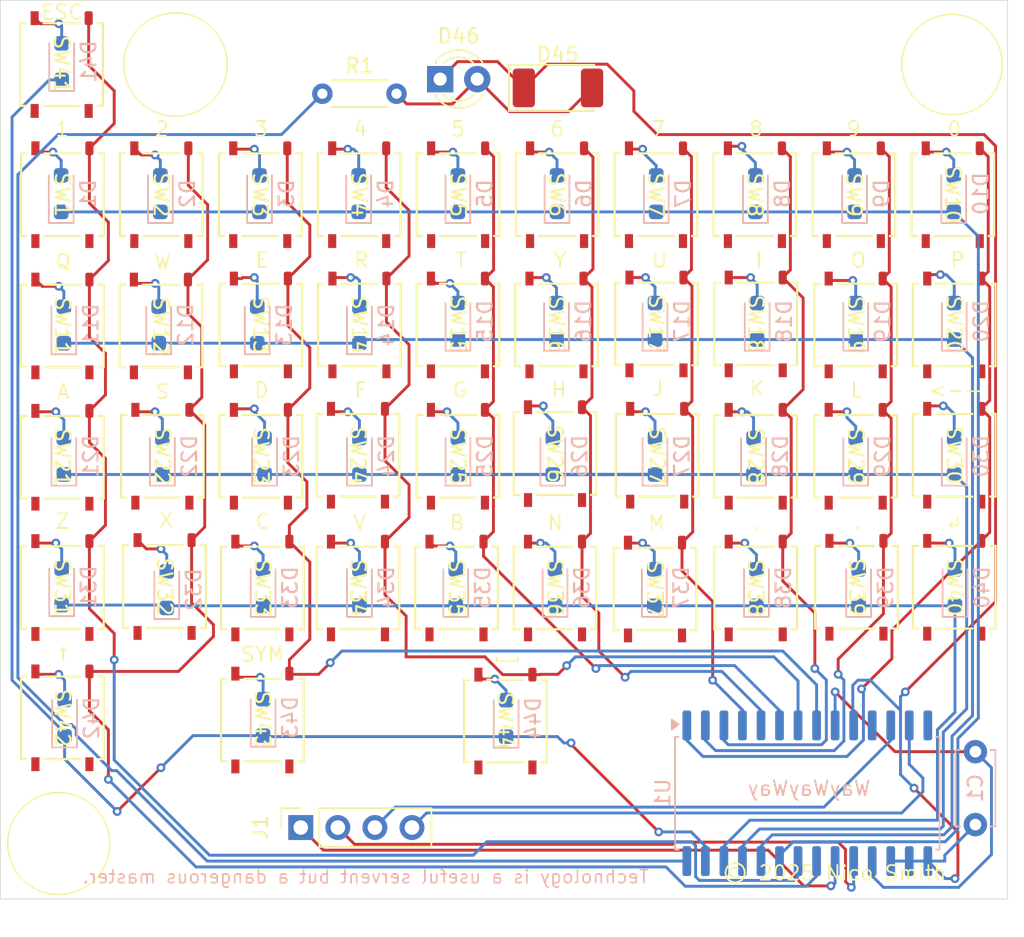
<source format=kicad_pcb>
(kicad_pcb (version 20241229) (generator "pcbnew") (generator_version "9.0")
  (title_block (title "Keyboard PCB") (date "2025-05-31") (rev "1"))
  (layers (0 "F.Cu" signal) (2 "B.Cu" signal) (13 "F.Paste" user) (15 "B.Paste" user) (5 "F.SilkS" user "F.Silkscreen") (7 "B.SilkS" user "B.Silkscreen") (1 "F.Mask" user) (3 "B.Mask" user) (25 "Edge.Cuts" user))
  (net 0 "")
  (net 1 "VCC")
  (net 2 "GND")
  (net 3 "Net-(D1-K)")
  (net 4 "Net-(D1-A)")
  (net 5 "Net-(D2-A)")
  (net 6 "Net-(D3-A)")
  (net 7 "Net-(D4-A)")
  (net 8 "Net-(D5-A)")
  (net 9 "Net-(D6-A)")
  (net 10 "Net-(D7-A)")
  (net 11 "Net-(D8-A)")
  (net 12 "Net-(D9-A)")
  (net 13 "Net-(D10-A)")
  (net 14 "Net-(D11-A)")
  (net 15 "Net-(D11-K)")
  (net 16 "Net-(D12-A)")
  (net 17 "Net-(D13-A)")
  (net 18 "Net-(D14-A)")
  (net 19 "Net-(D15-A)")
  (net 20 "Net-(D16-A)")
  (net 21 "Net-(D17-A)")
  (net 22 "Net-(D18-A)")
  (net 23 "Net-(D19-A)")
  (net 24 "Net-(D20-A)")
  (net 25 "Net-(D21-K)")
  (net 26 "Net-(D21-A)")
  (net 27 "Net-(D22-A)")
  (net 28 "Net-(D23-A)")
  (net 29 "Net-(D24-A)")
  (net 30 "Net-(D25-A)")
  (net 31 "Net-(D26-A)")
  (net 32 "Net-(D27-A)")
  (net 33 "Net-(D28-A)")
  (net 34 "Net-(D29-A)")
  (net 35 "Net-(D30-A)")
  (net 36 "Net-(D31-A)")
  (net 37 "Net-(D31-K)")
  (net 38 "Net-(D32-A)")
  (net 39 "Net-(D33-A)")
  (net 40 "Net-(D34-A)")
  (net 41 "Net-(D35-A)")
  (net 42 "Net-(D36-A)")
  (net 43 "Net-(D37-A)")
  (net 44 "Net-(D38-A)")
  (net 45 "Net-(D39-A)")
  (net 46 "Net-(D40-A)")
  (net 47 "Net-(D41-A)")
  (net 48 "Net-(D41-K)")
  (net 49 "Net-(D42-A)")
  (net 50 "Net-(D43-A)")
  (net 51 "Net-(D44-A)")
  (net 52 "Net-(SW1-B)")
  (net 53 "Net-(SW12-B)")
  (net 54 "Net-(SW13-B)")
  (net 55 "Net-(SW14-B)")
  (net 56 "Net-(SW15-B)")
  (net 57 "Net-(SW16-B)")
  (net 58 "Net-(SW17-B)")
  (net 59 "Net-(SW18-B)")
  (net 60 "Net-(SW19-B)")
  (net 61 "Net-(SW10-B)")
  (net 62 "Net-(J1-Pin_4)")
  (net 65 "Net-(U1-GPA7)")
  (net 66 "Net-(J1-Pin_1)")
  (net 67 "Net-(J1-Pin_3)")
  (net 68 "Net-(J1-Pin_2)")
  (net 69 "Net-(D45-A)")
  (footprint "PTS526_SM15_SMTR2_LFS:SON4_PTS526 SM15 SMTR2 LFS_CNK FLIPPED PINS" (layer "F.Cu") (at 103.6 73.4 -90)
    (property "Reference" "SW41")
    (property "Value" "Esc")
  )
  (footprint "PTS526_SM15_SMTR2_LFS:SON4_PTS526 SM15 SMTR2 LFS_CNK FLIPPED PINS" (layer "F.Cu") (at 110.650001 109.180349 -90)
    (property "Reference" "SW32")
    (property "Value" "X")
  )
  (footprint "PTS526_SM15_SMTR2_LFS:SON4_PTS526 SM15 SMTR2 LFS_CNK FLIPPED PINS" (layer "F.Cu") (at 130.75 100.25 -90)
    (property "Reference" "SW25")
    (property "Value" "G")
  )
  (footprint "LED_THT:LED_D3.0mm" (layer "F.Cu") (at 129.53 74.4)
    (property "Reference" "D46")
    (property "Value" "LED")
  )
  (footprint "PTS526_SM15_SMTR2_LFS:SON4_PTS526 SM15 SMTR2 LFS_CNK FLIPPED PINS" (layer "F.Cu") (at 123.983334 82.319651 -90)
    (property "Reference" "SW4")
    (property "Value" "4")
  )
  (footprint "PTS526_SM15_SMTR2_LFS:SON4_PTS526 SM15 SMTR2 LFS_CNK FLIPPED PINS" (layer "F.Cu") (at 103.650001 91.319651 -90)
    (property "Reference" "SW11")
    (property "Value" "Q")
  )
  (footprint "PTS526_SM15_SMTR2_LFS:SON4_PTS526 SM15 SMTR2 LFS_CNK FLIPPED PINS" (layer "F.Cu") (at 123.900001 100.180349 -90)
    (property "Reference" "SW24")
    (property "Value" "F")
  )
  (footprint "PTS526_SM15_SMTR2_LFS:SON4_PTS526 SM15 SMTR2 LFS_CNK FLIPPED PINS" (layer "F.Cu") (at 124 91.25 -90)
    (property "Reference" "SW14")
    (property "Value" "R")
  )
  (footprint "PTS526_SM15_SMTR2_LFS:SON4_PTS526 SM15 SMTR2 LFS_CNK FLIPPED PINS" (layer "F.Cu") (at 144.25 109.35 -90)
    (property "Reference" "SW37")
    (property "Value" "M")
  )
  (footprint "PTS526_SM15_SMTR2_LFS:SON4_PTS526 SM15 SMTR2 LFS_CNK FLIPPED PINS" (layer "F.Cu") (at 117.25 91.25 -90)
    (property "Reference" "SW13")
    (property "Value" "E")
  )
  (footprint "PTS526_SM15_SMTR2_LFS:SON4_PTS526 SM15 SMTR2 LFS_CNK FLIPPED PINS" (layer "F.Cu") (at 151.150001 100.25 -90)
    (property "Reference" "SW28")
    (property "Value" "K")
  )
  (footprint "PTS526_SM15_SMTR2_LFS:SON4_PTS526 SM15 SMTR2 LFS_CNK FLIPPED PINS" (layer "F.Cu") (at 103.650001 100.319651 -90)
    (property "Reference" "SW21")
    (property "Value" "A")
  )
  (footprint "PTS526_SM15_SMTR2_LFS:SON4_PTS526 SM15 SMTR2 LFS_CNK FLIPPED PINS" (layer "F.Cu") (at 151.150001 109.280349 -90)
    (property "Reference" "SW38")
    (property "Value" ",")
  )
  (footprint "PTS526_SM15_SMTR2_LFS:SON4_PTS526 SM15 SMTR2 LFS_CNK FLIPPED PINS" (layer "F.Cu") (at 164.650001 82.319651 -90)
    (property "Reference" "SW10")
    (property "Value" "0")
  )
  (footprint "PTS526_SM15_SMTR2_LFS:SON4_PTS526 SM15 SMTR2 LFS_CNK FLIPPED PINS" (layer "F.Cu") (at 158.049999 109.230349 -90)
    (property "Reference" "SW39")
    (property "Value" ".")
  )
  (footprint "PTS526_SM15_SMTR2_LFS:SON4_PTS526 SM15 SMTR2 LFS_CNK FLIPPED PINS" (layer "F.Cu") (at 117.205557 82.319651 -90)
    (property "Reference" "SW3")
    (property "Value" "3")
  )
  (footprint "PTS526_SM15_SMTR2_LFS:SON4_PTS526 SM15 SMTR2 LFS_CNK FLIPPED PINS" (layer "F.Cu") (at 117.350001 109.280349 -90)
    (property "Reference" "SW33")
    (property "Value" "C")
  )
  (footprint "PTS526_SM15_SMTR2_LFS:SON4_PTS526 SM15 SMTR2 LFS_CNK FLIPPED PINS" (layer "F.Cu") (at 158 100.25 -90)
    (property "Reference" "SW29")
    (property "Value" "L")
  )
  (footprint "PTS526_SM15_SMTR2_LFS:SON4_PTS526 SM15 SMTR2 LFS_CNK FLIPPED PINS" (layer "F.Cu") (at 164.75 91.25 -90)
    (property "Reference" "SW20")
    (property "Value" "P")
  )
  (footprint "MountingHole:MountingHole_3.2mm_M3" (layer "F.Cu") (at 111.4 73.4)
    (property "Reference" "REF**" (hide yes))
    (property "Value" "MountingHole_3.2mm_M3" (hide yes))
  )
  (footprint "PTS526_SM15_SMTR2_LFS:SON4_PTS526 SM15 SMTR2 LFS_CNK FLIPPED PINS" (layer "F.Cu") (at 151.094445 82.319651 -90)
    (property "Reference" "SW8")
    (property "Value" "8")
  )
  (footprint "LED_SMD:LED_2010_5025Metric_Pad1.52x2.65mm_HandSolder" (layer "F.Cu") (at 137.6 75)
    (property "Reference" "D45")
    (property "Value" "LED")
  )
  (footprint "PTS526_SM15_SMTR2_LFS:SON4_PTS526 SM15 SMTR2 LFS_CNK FLIPPED PINS" (layer "F.Cu") (at 110.427779 82.319651 -90)
    (property "Reference" "SW2")
    (property "Value" "2")
  )
  (footprint "PTS526_SM15_SMTR2_LFS:SON4_PTS526 SM15 SMTR2 LFS_CNK FLIPPED PINS" (layer "F.Cu") (at 144.400001 100.180349 -90)
    (property "Reference" "SW27")
    (property "Value" "J")
  )
  (footprint "PTS526_SM15_SMTR2_LFS:SON4_PTS526 SM15 SMTR2 LFS_CNK FLIPPED PINS" (layer "F.Cu") (at 130.650001 109.280349 -90)
    (property "Reference" "SW35")
    (property "Value" "B")
  )
  (footprint "Connector_PinSocket_2.54mm:PinSocket_1x04_P2.54mm_Vertical" (layer "F.Cu") (at 119.98 125.7 90)
    (property "Reference" "J1")
    (property "Value" "Conn_01x04_Socket")
  )
  (footprint "PTS526_SM15_SMTR2_LFS:SON4_PTS526 SM15 SMTR2 LFS_CNK FLIPPED PINS" (layer "F.Cu") (at 130.75 91.25 -90)
    (property "Reference" "SW15")
    (property "Value" "T")
  )
  (footprint "PTS526_SM15_SMTR2_LFS:SON4_PTS526 SM15 SMTR2 LFS_CNK FLIPPED PINS" (layer "F.Cu") (at 164.75 100.180349 -90)
    (property "Reference" "SW30")
    (property "Value" "Backspace")
  )
  (footprint "PTS526_SM15_SMTR2_LFS:SON4_PTS526 SM15 SMTR2 LFS_CNK FLIPPED PINS" (layer "F.Cu") (at 157.872223 82.319651 -90)
    (property "Reference" "SW9")
    (property "Value" "9")
  )
  (footprint "PTS526_SM15_SMTR2_LFS:SON4_PTS526 SM15 SMTR2 LFS_CNK FLIPPED PINS" (layer "F.Cu") (at 151.150001 91.180349 -90)
    (property "Reference" "SW18")
    (property "Value" "I")
  )
  (footprint "PTS526_SM15_SMTR2_LFS:SON4_PTS526 SM15 SMTR2 LFS_CNK FLIPPED PINS" (layer "F.Cu") (at 137.400001 109.280349 -90)
    (property "Reference" "SW36")
    (property "Value" "N")
  )
  (footprint "PTS526_SM15_SMTR2_LFS:SON4_PTS526 SM15 SMTR2 LFS_CNK FLIPPED PINS" (layer "F.Cu") (at 137.400001 100.069651 -90)
    (property "Reference" "SW26")
    (property "Value" "H")
  )
  (footprint "PTS526_SM15_SMTR2_LFS:SON4_PTS526 SM15 SMTR2 LFS_CNK FLIPPED PINS" (layer "F.Cu") (at 103.650001 82.319651 -90)
    (property "Reference" "SW1")
    (property "Value" "1")
  )
  (footprint "PTS526_SM15_SMTR2_LFS:SON4_PTS526 SM15 SMTR2 LFS_CNK FLIPPED PINS" (layer "F.Cu") (at 134 118.4 -90)
    (property "Reference" "SW44")
    (property "Value" "Space")
  )
  (footprint "PTS526_SM15_SMTR2_LFS:SON4_PTS526 SM15 SMTR2 LFS_CNK FLIPPED PINS" (layer "F.Cu") (at 103.649999 118.180349 -90)
    (property "Reference" "SW42")
    (property "Value" "Shift")
  )
  (footprint "PTS526_SM15_SMTR2_LFS:SON4_PTS526 SM15 SMTR2 LFS_CNK FLIPPED PINS" (layer "F.Cu") (at 117.25 100.25 -90)
    (property "Reference" "SW23")
    (property "Value" "D")
  )
  (footprint "PTS526_SM15_SMTR2_LFS:SON4_PTS526 SM15 SMTR2 LFS_CNK FLIPPED PINS" (layer "F.Cu") (at 144.349999 91.180349 -90)
    (property "Reference" "SW17")
    (property "Value" "U")
  )
  (footprint "PTS526_SM15_SMTR2_LFS:SON4_PTS526 SM15 SMTR2 LFS_CNK FLIPPED PINS" (layer "F.Cu") (at 130.761112 82.319651 -90)
    (property "Reference" "SW5")
    (property "Value" "5")
  )
  (footprint "PTS526_SM15_SMTR2_LFS:SON4_PTS526 SM15 SMTR2 LFS_CNK FLIPPED PINS" (layer "F.Cu") (at 137.5 91.25 -90)
    (property "Reference" "SW16")
    (property "Value" "Y")
  )
  (footprint "MountingHole:MountingHole_3.2mm_M3" (layer "F.Cu") (at 103.4 126.8)
    (property "Reference" "REF**" (hide yes))
    (property "Value" "MountingHole_3.2mm_M3" (hide yes))
  )
  (footprint "PTS526_SM15_SMTR2_LFS:SON4_PTS526 SM15 SMTR2 LFS_CNK FLIPPED PINS" (layer "F.Cu") (at 137.53889 82.319651 -90)
    (property "Reference" "SW6")
    (property "Value" "6")
  )
  (footprint "PTS526_SM15_SMTR2_LFS:SON4_PTS526 SM15 SMTR2 LFS_CNK FLIPPED PINS" (layer "F.Cu") (at 110.400001 91.319651 -90)
    (property "Reference" "SW12")
    (property "Value" "W")
  )
  (footprint "PTS526_SM15_SMTR2_LFS:SON4_PTS526 SM15 SMTR2 LFS_CNK FLIPPED PINS" (layer "F.Cu") (at 164.750001 109.230349 -90)
    (property "Reference" "SW40")
    (property "Value" "Enter")
  )
  (footprint "PTS526_SM15_SMTR2_LFS:SON4_PTS526 SM15 SMTR2 LFS_CNK FLIPPED PINS" (layer "F.Cu") (at 144.316668 82.319651 -90)
    (property "Reference" "SW7")
    (property "Value" "7")
  )
  (footprint "PTS526_SM15_SMTR2_LFS:SON4_PTS526 SM15 SMTR2 LFS_CNK FLIPPED PINS" (layer "F.Cu") (at 117.350001 118.330349 -90)
    (property "Reference" "SW43")
    (property "Value" "Symbol")
  )
  (footprint "PTS526_SM15_SMTR2_LFS:SON4_PTS526 SM15 SMTR2 LFS_CNK FLIPPED PINS" (layer "F.Cu") (at 123.900001 109.280349 -90)
    (property "Reference" "SW34")
    (property "Value" "V")
  )
  (footprint "MountingHole:MountingHole_3.2mm_M3" (layer "F.Cu") (at 164.6 73.4)
    (property "Reference" "REF**" (hide yes))
    (property "Value" "MountingHole_3.2mm_M3" (hide yes))
  )
  (footprint "PTS526_SM15_SMTR2_LFS:SON4_PTS526 SM15 SMTR2 LFS_CNK FLIPPED PINS" (layer "F.Cu") (at 110.5 100.25 -90)
    (property "Reference" "SW22")
    (property "Value" "S")
  )
  (footprint "Resistor_THT:R_Axial_DIN0204_L3.6mm_D1.6mm_P5.08mm_Horizontal" (layer "F.Cu") (at 121.46 75.4)
    (property "Reference" "R1")
    (property "Value" "R_US")
  )
  (footprint "PTS526_SM15_SMTR2_LFS:SON4_PTS526 SM15 SMTR2 LFS_CNK FLIPPED PINS" (layer "F.Cu") (at 158 91.25 -90)
    (property "Reference" "SW19")
    (property "Value" "O")
  )
  (footprint "PTS526_SM15_SMTR2_LFS:SON4_PTS526 SM15 SMTR2 LFS_CNK FLIPPED PINS" (layer "F.Cu") (at 103.650001 109.25 -90)
    (property "Reference" "SW31")
    (property "Value" "Z")
  )
  (footprint "Diode_SMD:D_SOD-323_HandSoldering" (layer "B.Cu") (at 164.75 100.25 90)
    (property "Reference" "D30")
    (property "Value" "1N4148")
  )
  (footprint "Diode_SMD:D_SOD-323_HandSoldering" (layer "B.Cu") (at 137.25 100.25 90)
    (property "Reference" "D26")
    (property "Value" "1N4148")
  )
  (footprint "Diode_SMD:D_SOD-323_HandSoldering" (layer "B.Cu") (at 103.8 118.2 90)
    (property "Reference" "D42")
    (property "Value" "1N4148")
  )
  (footprint "Diode_SMD:D_SOD-323_HandSoldering" (layer "B.Cu") (at 151.25 91 90)
    (property "Reference" "D18")
    (property "Value" "1N4148")
  )
  (footprint "Diode_SMD:D_SOD-323_HandSoldering" (layer "B.Cu") (at 144.2 109.25 90)
    (property "Reference" "D37")
    (property "Value" "1N4148")
  )
  (footprint "Diode_SMD:D_SOD-323_HandSoldering" (layer "B.Cu") (at 103.75 100.25 90)
    (property "Reference" "D21")
    (property "Value" "1N4148")
  )
  (footprint "Diode_SMD:D_SOD-323_HandSoldering" (layer "B.Cu") (at 151 100.25 90)
    (property "Reference" "D28")
    (property "Value" "1N4148")
  )
  (footprint "Diode_SMD:D_SOD-323_HandSoldering" (layer "B.Cu") (at 130.6 109.25 90)
    (property "Reference" "D35")
    (property "Value" "1N4148")
  )
  (footprint "Diode_SMD:D_SOD-323_HandSoldering" (layer "B.Cu") (at 117.155556 82.25 90)
    (property "Reference" "D3")
    (property "Value" "1N4148")
  )
  (footprint "Diode_SMD:D_SOD-323_HandSoldering" (layer "B.Cu") (at 103.566667 82.25 90)
    (property "Reference" "D1")
    (property "Value" "1N4148")
  )
  (footprint "Diode_SMD:D_SOD-323_HandSoldering" (layer "B.Cu") (at 137.4 109.25 90)
    (property "Reference" "D36")
    (property "Value" "1N4148")
  )
  (footprint "Diode_SMD:D_SOD-323_HandSoldering" (layer "B.Cu") (at 151.127779 82.25 90)
    (property "Reference" "D8")
    (property "Value" "1N4148")
  )
  (footprint "Diode_SMD:D_SOD-323_HandSoldering" (layer "B.Cu") (at 103.6 109.2 90)
    (property "Reference" "D31")
    (property "Value" "1N4148")
  )
  (footprint "Diode_SMD:D_SOD-323_HandSoldering" (layer "B.Cu") (at 157.922223 82.25 90)
    (property "Reference" "D9")
    (property "Value" "1N4148")
  )
  (footprint "Diode_SMD:D_SOD-323_HandSoldering" (layer "B.Cu") (at 164.8 109.25 90)
    (property "Reference" "D40")
    (property "Value" "1N4148")
  )
  (footprint "Diode_SMD:D_SOD-323_HandSoldering" (layer "B.Cu") (at 130.75 100.25 90)
    (property "Reference" "D25")
    (property "Value" "1N4148")
  )
  (footprint "Diode_SMD:D_SOD-323_HandSoldering" (layer "B.Cu") (at 164.716668 82.25 90)
    (property "Reference" "D10")
    (property "Value" "1N4148")
  )
  (footprint "Diode_SMD:D_SOD-323_HandSoldering" (layer "B.Cu") (at 151.2 109.25 90)
    (property "Reference" "D38")
    (property "Value" "1N4148")
  )
  (footprint "Diode_SMD:D_SOD-323_HandSoldering" (layer "B.Cu") (at 158 91 90)
    (property "Reference" "D19")
    (property "Value" "1N4148")
  )
  (footprint "Diode_SMD:D_SOD-323_HandSoldering" (layer "B.Cu") (at 117.5 100.25 90)
    (property "Reference" "D23")
    (property "Value" "1N4148")
  )
  (footprint "Diode_SMD:D_SOD-323_HandSoldering" (layer "B.Cu") (at 117 91.25 90)
    (property "Reference" "D13")
    (property "Value" "1N4148")
  )
  (footprint "Diode_SMD:D_SOD-323_HandSoldering" (layer "B.Cu") (at 117.4 109.25 90)
    (property "Reference" "D33")
    (property "Value" "1N4148")
  )
  (footprint "Diode_SMD:D_SOD-323_HandSoldering" (layer "B.Cu") (at 130.744445 82.25 90)
    (property "Reference" "D5")
    (property "Value" "1N4148")
  )
  (footprint "Diode_SMD:D_SOD-323_HandSoldering" (layer "B.Cu") (at 158.2 109.25 90)
    (property "Reference" "D39")
    (property "Value" "1N4148")
  )
  (footprint "Diode_SMD:D_SOD-323_HandSoldering" (layer "B.Cu") (at 144.25 91 90)
    (property "Reference" "D17")
    (property "Value" "1N4148")
  )
  (footprint "Diode_SMD:D_SOD-323_HandSoldering" (layer "B.Cu") (at 134.049999 118.219651 90)
    (property "Reference" "D44")
    (property "Value" "1N4148")
  )
  (footprint "Diode_SMD:D_SOD-323_HandSoldering" (layer "B.Cu") (at 124 109.25 90)
    (property "Reference" "D34")
    (property "Value" "1N4148")
  )
  (footprint "Diode_SMD:D_SOD-323_HandSoldering" (layer "B.Cu") (at 130.75 91 90)
    (property "Reference" "D15")
    (property "Value" "1N4148")
  )
  (footprint "Diode_SMD:D_SOD-323_HandSoldering" (layer "B.Cu") (at 110.25 91.25 90)
    (property "Reference" "D12")
    (property "Value" "1N4148")
  )
  (footprint "Diode_SMD:D_SOD-323_HandSoldering" (layer "B.Cu") (at 124 91.25 90)
    (property "Reference" "D14")
    (property "Value" "1N4148")
  )
  (footprint "Diode_SMD:D_SOD-323_HandSoldering" (layer "B.Cu") (at 137.5 91 90)
    (property "Reference" "D16")
    (property "Value" "1N4148")
  )
  (footprint "Diode_SMD:D_SOD-323_HandSoldering" (layer "B.Cu") (at 110.361112 82.25 90)
    (property "Reference" "D2")
    (property "Value" "1N4148")
  )
  (footprint "Diode_SMD:D_SOD-323_HandSoldering" (layer "B.Cu") (at 110.8 109.4 90)
    (property "Reference" "D32")
    (property "Value" "1N4148")
  )
  (footprint "Diode_SMD:D_SOD-323_HandSoldering" (layer "B.Cu") (at 144.333334 82.25 90)
    (property "Reference" "D7")
    (property "Value" "1N4148")
  )
  (footprint "Diode_SMD:D_SOD-323_HandSoldering" (layer "B.Cu") (at 158 100.25 90)
    (property "Reference" "D29")
    (property "Value" "1N4148")
  )
  (footprint "Diode_SMD:D_SOD-323_HandSoldering" (layer "B.Cu") (at 124 100.25 90)
    (property "Reference" "D24")
    (property "Value" "1N4148")
  )
  (footprint "Diode_SMD:D_SOD-323_HandSoldering" (layer "B.Cu") (at 103.6 73.2 90)
    (property "Reference" "D41")
    (property "Value" "1N4148")
  )
  (footprint "Diode_SMD:D_SOD-323_HandSoldering" (layer "B.Cu") (at 164.75 91 90)
    (property "Reference" "D20")
    (property "Value" "1N4148")
  )
  (footprint "Package_SO:SOIC-28W_7.5x17.9mm_P1.27mm" (layer "B.Cu") (at 154.685 123.35 -90)
    (property "Reference" "U1")
    (property "Value" "MCP23017_SO")
  )
  (footprint "Diode_SMD:D_SOD-323_HandSoldering" (layer "B.Cu") (at 137.53889 82.25 90)
    (property "Reference" "D6")
    (property "Value" "1N4148")
  )
  (footprint "Diode_SMD:D_SOD-323_HandSoldering" (layer "B.Cu") (at 110.5 100.25 90)
    (property "Reference" "D22")
    (property "Value" "1N4148")
  )
  (footprint "Diode_SMD:D_SOD-323_HandSoldering" (layer "B.Cu") (at 123.950001 82.25 90)
    (property "Reference" "D4")
    (property "Value" "1N4148")
  )
  (footprint "Capacitor_THT:C_Disc_D5.0mm_W2.5mm_P5.00mm" (layer "B.Cu") (at 166.2 120.5 -90)
    (property "Reference" "C1")
    (property "Value" "0.1uf")
  )
  (footprint "Diode_SMD:D_SOD-323_HandSoldering" (layer "B.Cu") (at 117.4 118.15 90)
    (property "Reference" "D43")
    (property "Value" "1N4148")
  )
  (footprint "Diode_SMD:D_SOD-323_HandSoldering" (layer "B.Cu") (at 144.25 100.25 90)
    (property "Reference" "D27")
    (property "Value" "1N4148")
  )
  (footprint "Diode_SMD:D_SOD-323_HandSoldering" (layer "B.Cu") (at 103.75 91.25 90)
    (property "Reference" "D11")
    (property "Value" "1N4148")
  )
  (gr_circle (center 111.4 73.4) (end 114 75.8) (stroke (width 0.1)) (fill no) (layer "F.SilkS"))
  (gr_circle (center 103.4 126.8) (end 106.6 128.2) (stroke (width 0.1)) (fill no) (layer "F.SilkS"))
  (gr_circle (center 164.6 73.4) (end 167.4 75.4) (stroke (width 0.1)) (fill no) (layer "F.SilkS"))
  (gr_rect (start 99.4 69) (end 168.4 130.6) (stroke (width 0.05)) (fill no) (layer "Edge.Cuts"))
  (gr_text "N" (at 136.8 105.4 0) (layer "F.SilkS") (effects (font (size 1 1) (thickness 0.125)) (justify left bottom)))
  (gr_text "4" (at 123.5 78.4 0) (layer "F.SilkS") (effects (font (size 1 1) (thickness 0.125)) (justify left bottom)))
  (gr_text "9" (at 157.3 78.4 0) (layer "F.SilkS") (effects (font (size 1 1) (thickness 0.125)) (justify left bottom)))
  (gr_text "7" (at 143.9 78.4 0) (layer "F.SilkS") (effects (font (size 1 1) (thickness 0.125)) (justify left bottom)))
  (gr_text "6" (at 137 78.4 0) (layer "F.SilkS") (effects (font (size 1 1) (thickness 0.125)) (justify left bottom)))
  (gr_text "." (at 157.8 105.3 0) (layer "F.SilkS") (effects (font (size 1 1) (thickness 0.125)) (justify left bottom)))
  (gr_text "ESC" (at 102.1 70.4 0) (layer "F.SilkS") (effects (font (size 1 1) (thickness 0.125)) (justify left bottom)))
  (gr_text "W" (at 109.860847 87.5 0) (layer "F.SilkS") (effects (font (size 1 1) (thickness 0.125)) (justify left bottom)))
  (gr_text "J" (at 144 96.2 0) (layer "F.SilkS") (effects (font (size 1 1) (thickness 0.125)) (justify left bottom)))
  (gr_text "A" (at 103.2 96.4 0) (layer "F.SilkS") (effects (font (size 1 1) (thickness 0.125)) (justify left bottom)))
  (gr_text "© 2025 Nico Smith" (at 148.8 129.4 0) (layer "F.SilkS") (effects (font (size 1 1) (thickness 0.125)) (justify left bottom)))
  (gr_text "3" (at 116.7 78.4 0) (layer "F.SilkS") (effects (font (size 1 1) (thickness 0.125)) (justify left bottom)))
  (gr_text "SYM" (at 115.8 114.4 0) (layer "F.SilkS") (effects (font (size 1 1) (thickness 0.125)) (justify left bottom)))
  (gr_text "D" (at 116.712698 96.3 0) (layer "F.SilkS") (effects (font (size 1 1) (thickness 0.125)) (justify left bottom)))
  (gr_text "E" (at 116.788359 87.4 0) (layer "F.SilkS") (effects (font (size 1 1) (thickness 0.125)) (justify left bottom)))
  (gr_text "O" (at 157.567725 87.4 0) (layer "F.SilkS") (effects (font (size 1 1) (thickness 0.125)) (justify left bottom)))
  (gr_text "8" (at 150.6 78.4 0) (layer "F.SilkS") (effects (font (size 1 1) (thickness 0.125)) (justify left bottom)))
  (gr_text "S" (at 109.944444 96.4 0) (layer "F.SilkS") (effects (font (size 1 1) (thickness 0.125)) (justify left bottom)))
  (gr_text "H" (at 137.065079 96.3 0) (layer "F.SilkS") (effects (font (size 1 1) (thickness 0.125)) (justify left bottom)))
  (gr_text "U" (at 143.950794 87.4 0) (layer "F.SilkS") (effects (font (size 1 1) (thickness 0.125)) (justify left bottom)))
  (gr_text "P" (at 164.4 87.4 0) (layer "F.SilkS") (effects (font (size 1 1) (thickness 0.125)) (justify left bottom)))
  (gr_text "X" (at 110.2 105.2 0) (layer "F.SilkS") (effects (font (size 1 1) (thickness 0.125)) (justify left bottom)))
  (gr_text "Y" (at 137.237566 87.4 0) (layer "F.SilkS") (effects (font (size 1 1) (thickness 0.125)) (justify left bottom)))
  (gr_text "L" (at 157.560317 96.3 0) (layer "F.SilkS") (effects (font (size 1 1) (thickness 0.125)) (justify left bottom)))
  (gr_text "5" (at 130.2 78.4 0) (layer "F.SilkS") (effects (font (size 1 1) (thickness 0.125)) (justify left bottom)))
  (gr_text "Q" (at 103.1 87.5 0) (layer "F.SilkS") (effects (font (size 1 1) (thickness 0.125)) (justify left bottom)))
  (gr_text "M" (at 143.7 105.4 0) (layer "F.SilkS") (effects (font (size 1 1) (thickness 0.125)) (justify left bottom)))
  (gr_text "T" (at 130.51422 87.4 0) (layer "F.SilkS") (effects (font (size 1 1) (thickness 0.1)) (justify left bottom)))
  (gr_text "," (at 150.9 105.3 0) (layer "F.SilkS") (effects (font (size 1 1) (thickness 0.125)) (justify left bottom)))
  (gr_text "↵" (at 164.1 105.3 0) (layer "F.SilkS") (effects (font (size 1 1) (thickness 0.125)) (justify left bottom)))
  (gr_text "2" (at 109.9 78.4 0) (layer "F.SilkS") (effects (font (size 1 1) (thickness 0.125)) (justify left bottom)))
  (gr_text "0" (at 164.2 78.4 0) (layer "F.SilkS") (effects (font (size 1 1) (thickness 0.125)) (justify left bottom)))
  (gr_text "I" (at 151.044974 87.4 0) (layer "F.SilkS") (effects (font (size 1 1) (thickness 0.125)) (justify left bottom)))
  (gr_text "↑" (at 103 114.3 0) (layer "F.SilkS") (effects (font (size 1 1) (thickness 0.125)) (justify left bottom)))
  (gr_text "<--" (at 162.9 96.3 0) (layer "F.SilkS") (effects (font (size 1 1) (thickness 0.125)) (justify left bottom)))
  (gr_text "K" (at 150.673015 96.2 0) (layer "F.SilkS") (effects (font (size 1 1) (thickness 0.125)) (justify left bottom)))
  (gr_text "V" (at 123.5 105.4 0) (layer "F.SilkS") (effects (font (size 1 1) (thickness 0.125)) (justify left bottom)))
  (gr_text "C" (at 116.8 105.3 0) (layer "F.SilkS") (effects (font (size 1 1) (thickness 0.125)) (justify left bottom)))
  (gr_text "G" (at 130.296825 96.3 0) (layer "F.SilkS") (effects (font (size 1 1) (thickness 0.125)) (justify left bottom)))
  (gr_text "F" (at 123.57619 96.3 0) (layer "F.SilkS") (effects (font (size 1 1) (thickness 0.125)) (justify left bottom)))
  (gr_text "B" (at 130.1 105.4 0) (layer "F.SilkS") (effects (font (size 1 1) (thickness 0.125)) (justify left bottom)))
  (gr_text "⎵" (at 133.1 115.1 0) (layer "F.SilkS") (effects (font (size 1 1) (thickness 0.125)) (justify left bottom)))
  (gr_text "Z" (at 103.1 105.3 0) (layer "F.SilkS") (effects (font (size 1 1) (thickness 0.125)) (justify left bottom)))
  (gr_text "R" (at 123.549206 87.4 0) (layer "F.SilkS") (effects (font (size 1 1) (thickness 0.125)) (justify left bottom)))
  (gr_text "1" (at 103.1 78.4 0) (layer "F.SilkS") (effects (font (size 1 1) (thickness 0.1)) (justify left bottom)))
  (gr_text "Technology is a useful servent but a dangerous master." (at 143.9 129.6 0) (layer "B.SilkS") (effects (font (size 0.9 0.9) (thickness 0.1125)) (justify left bottom mirror)))
  (gr_text "WayWayWay" (at 159.1 123.6 0) (layer "B.SilkS") (effects (font (size 1 1) (thickness 0.125)) (justify left bottom mirror)))
  (segment (start 156.591 116.4) (end 160.691 120.5) (width 0.2) (layer "F.Cu") (net 1))
  (segment (start 160.691 120.5) (end 166.2 120.5) (width 0.2) (layer "F.Cu") (net 1))
  (via (at 156.591 116.4) (size 0.6) (drill 0.3) (layers "F.Cu" "B.Cu") (net 1))
  (segment (start 165.048943 129.801) (end 167.301 127.548943) (width 0.2) (layer "B.Cu") (net 1))
  (segment (start 167.301 127.548943) (end 167.301 121.601) (width 0.2) (layer "B.Cu") (net 1))
  (segment (start 156.59 116.401) (end 156.591 116.4) (width 0.2) (layer "B.Cu") (net 1))
  (segment (start 159.906001 129.801) (end 165.048943 129.801) (width 0.2) (layer "B.Cu") (net 1))
  (segment (start 159.13 128) (end 159.13 129.024999) (width 0.2) (layer "B.Cu") (net 1))
  (segment (start 156.59 118.7) (end 156.59 116.401) (width 0.2) (layer "B.Cu") (net 1))
  (segment (start 159.13 129.024999) (end 159.906001 129.801) (width 0.2) (layer "B.Cu") (net 1))
  (segment (start 167.301 121.601) (end 166.2 120.5) (width 0.2) (layer "B.Cu") (net 1))
  (segment (start 133.4615 73.199) (end 135.2625 75) (width 0.2) (layer "F.Cu") (net 2))
  (segment (start 165 126) (end 165 128.4) (width 0.2) (layer "F.Cu") (net 2))
  (segment (start 165 129) (end 164.8 129.2) (width 0.2) (layer "F.Cu") (net 2))
  (segment (start 165 128.4) (end 165 129) (width 0.2) (layer "F.Cu") (net 2))
  (segment (start 167.581399 110.218601) (end 161.4 116.4) (width 0.2) (layer "F.Cu") (net 2))
  (segment (start 140.974 73.374) (end 142.8 75.2) (width 0.2) (layer "F.Cu") (net 2))
  (segment (start 162 123) (end 165 126) (width 0.2) (layer "F.Cu") (net 2))
  (segment (start 142.8 76.6) (end 142.8 75.2) (width 0.2) (layer "F.Cu") (net 2))
  (segment (start 166.8 78.2) (end 144.4 78.2) (width 0.2) (layer "F.Cu") (net 2))
  (segment (start 144.4 78.2) (end 142.8 76.6) (width 0.2) (layer "F.Cu") (net 2))
  (segment (start 135.2625 75) (end 136.8885 73.374) (width 0.2) (layer "F.Cu") (net 2))
  (segment (start 167.581399 78.981399) (end 167.581399 110.218601) (width 0.2) (layer "F.Cu") (net 2))
  (segment (start 130.731 73.199) (end 133.4615 73.199) (width 0.2) (layer "F.Cu") (net 2))
  (segment (start 136.8885 73.374) (end 140.974 73.374) (width 0.2) (layer "F.Cu") (net 2))
  (segment (start 167.581399 78.981399) (end 166.8 78.2) (width 0.2) (layer "F.Cu") (net 2))
  (segment (start 129.53 74.4) (end 130.731 73.199) (width 0.2) (layer "F.Cu") (net 2))
  (via (at 161.4 116.4) (size 0.6) (drill 0.3) (layers "F.Cu" "B.Cu") (net 2))
  (via (at 162 123) (size 0.6) (drill 0.3) (layers "F.Cu" "B.Cu") (net 2))
  (via (at 164.8 129.2) (size 0.6) (drill 0.3) (layers "F.Cu" "B.Cu") (net 2))
  (segment (start 164.14 129.2) (end 162.94 128) (width 0.2) (layer "B.Cu") (net 2))
  (segment (start 161.4 116.4) (end 161.069 116.731) (width 0.2) (layer "B.Cu") (net 2))
  (segment (start 158.999 115.599) (end 161.069 117.669) (width 0.2) (layer "B.Cu") (net 2))
  (segment (start 157.799 115.951057) (end 158.151057 115.599) (width 0.2) (layer "B.Cu") (net 2))
  (segment (start 161.069 122.069) (end 162 123) (width 0.2) (layer "B.Cu") (net 2))
  (segment (start 158.151057 115.599) (end 158.999 115.599) (width 0.2) (layer "B.Cu") (net 2))
  (segment (start 161.069 117.669) (end 161.069 117.8) (width 0.2) (layer "B.Cu") (net 2))
  (segment (start 157.799 118.639) (end 157.799 115.951057) (width 0.2) (layer "B.Cu") (net 2))
  (segment (start 161.069 116.731) (end 161.069 117.8) (width 0.2) (layer "B.Cu") (net 2))
  (segment (start 164.1 128) (end 162.94 128) (width 0.2) (layer "B.Cu") (net 2))
  (segment (start 164.1 127.6) (end 166.2 125.5) (width 0.2) (layer "B.Cu") (net 2))
  (segment (start 161.069 117.8) (end 161.069 122.069) (width 0.2) (layer "B.Cu") (net 2))
  (segment (start 162.94 128) (end 161.67 128) (width 0.2) (layer "B.Cu") (net 2))
  (segment (start 164.1 128) (end 164.1 127.6) (width 0.2) (layer "B.Cu") (net 2))
  (segment (start 157.86 118.7) (end 157.799 118.639) (width 0.2) (layer "B.Cu") (net 2))
  (segment (start 164.8 129.2) (end 164.14 129.2) (width 0.2) (layer "B.Cu") (net 2))
  (segment (start 161.67 128) (end 160.4 128) (width 0.2) (layer "B.Cu") (net 2))
  (segment (start 153.709032 126.674) (end 164.126 126.674) (width 0.2) (layer "B.Cu") (net 3))
  (segment (start 152.78 127.603032) (end 153.709032 126.674) (width 0.2) (layer "B.Cu") (net 3))
  (segment (start 164.126 126.674) (end 165 125.8) (width 0.2) (layer "B.Cu") (net 3))
  (segment (start 123.950001 83.5) (end 117.155556 83.5) (width 0.2) (layer "B.Cu") (net 3))
  (segment (start 166.403 118.197) (end 166.403 85.186332) (width 0.2) (layer "B.Cu") (net 3))
  (segment (start 166.403 85.186332) (end 164.716668 83.5) (width 0.2) (layer "B.Cu") (net 3))
  (segment (start 110.361112 83.5) (end 103.566667 83.5) (width 0.2) (layer "B.Cu") (net 3))
  (segment (start 130.744445 83.5) (end 123.950001 83.5) (width 0.2) (layer "B.Cu") (net 3))
  (segment (start 165 119.6) (end 166.403 118.197) (width 0.2) (layer "B.Cu") (net 3))
  (segment (start 123.950001 83.5) (end 110.361112 83.5) (width 0.2) (layer "B.Cu") (net 3))
  (segment (start 164.716668 83.5) (end 157.922223 83.5) (width 0.2) (layer "B.Cu") (net 3))
  (segment (start 165 125.8) (end 165 119.6) (width 0.2) (layer "B.Cu") (net 3))
  (segment (start 157.922223 83.5) (end 151.127779 83.5) (width 0.2) (layer "B.Cu") (net 3))
  (segment (start 151.127779 83.5) (end 144.333334 83.5) (width 0.2) (layer "B.Cu") (net 3))
  (segment (start 144.333334 83.5) (end 137.53889 83.5) (width 0.2) (layer "B.Cu") (net 3))
  (segment (start 137.53889 83.5) (end 130.744445 83.5) (width 0.2) (layer "B.Cu") (net 3))
  (segment (start 152.78 128) (end 152.78 127.603032) (width 0.2) (layer "B.Cu") (net 3))
  (segment (start 103 79.4) (end 102.0607 79.4) (width 0.2) (layer "F.Cu") (net 4))
  (segment (start 102.0607 79.4) (end 101.800002 79.139302) (width 0.2) (layer "F.Cu") (net 4))
  (via (at 103 79.4) (size 0.6) (drill 0.3) (layers "F.Cu" "B.Cu") (net 4))
  (segment (start 103.566667 81) (end 103.566667 79.966667) (width 0.2) (layer "B.Cu") (net 4))
  (segment (start 103.566667 79.966667) (end 103 79.4) (width 0.2) (layer "B.Cu") (net 4))
  (segment (start 109.038478 79.6) (end 108.57778 79.139302) (width 0.2) (layer "F.Cu") (net 5))
  (segment (start 110 79.6) (end 109.038478 79.6) (width 0.2) (layer "F.Cu") (net 5))
  (via (at 110 79.6) (size 0.6) (drill 0.3) (layers "F.Cu" "B.Cu") (net 5))
  (segment (start 110.361112 79.961112) (end 110 79.6) (width 0.2) (layer "B.Cu") (net 5))
  (segment (start 110.361112 81) (end 110.361112 79.961112) (width 0.2) (layer "B.Cu") (net 5))
  (segment (start 115.416256 79.2) (end 115.355558 79.139302) (width 0.2) (layer "F.Cu") (net 6))
  (segment (start 116.8 79.2) (end 115.416256 79.2) (width 0.2) (layer "F.Cu") (net 6))
  (via (at 116.8 79.2) (size 0.6) (drill 0.3) (layers "F.Cu" "B.Cu") (net 6))
  (segment (start 117.155556 79.555556) (end 116.8 79.2) (width 0.2) (layer "B.Cu") (net 6))
  (segment (start 117.155556 81) (end 117.155556 79.555556) (width 0.2) (layer "B.Cu") (net 6))
  (segment (start 123.2 79.2) (end 122.194033 79.2) (width 0.2) (layer "F.Cu") (net 7))
  (segment (start 122.194033 79.2) (end 122.133335 79.139302) (width 0.2) (layer "F.Cu") (net 7))
  (via (at 123.2 79.2) (size 0.6) (drill 0.3) (layers "F.Cu" "B.Cu") (net 7))
  (segment (start 123.6 79.2) (end 123.2 79.2) (width 0.2) (layer "B.Cu") (net 7))
  (segment (start 123.8 79.4) (end 123.6 79.2) (width 0.2) (layer "B.Cu") (net 7))
  (segment (start 123.950001 81) (end 123.950001 79.550001) (width 0.2) (layer "B.Cu") (net 7))
  (segment (start 123.950001 79.550001) (end 123.8 79.4) (width 0.2) (layer "B.Cu") (net 7))
  (segment (start 130.4 79.4) (end 129.171811 79.4) (width 0.2) (layer "F.Cu") (net 8))
  (segment (start 129.171811 79.4) (end 128.911113 79.139302) (width 0.2) (layer "F.Cu") (net 8))
  (via (at 130.4 79.4) (size 0.6) (drill 0.3) (layers "F.Cu" "B.Cu") (net 8))
  (segment (start 130.744445 81) (end 130.744445 79.744445) (width 0.2) (layer "B.Cu") (net 8))
  (segment (start 130.744445 79.744445) (end 130.4 79.4) (width 0.2) (layer "B.Cu") (net 8))
  (segment (start 135.949589 79.4) (end 135.688891 79.139302) (width 0.2) (layer "F.Cu") (net 9))
  (segment (start 137 79.4) (end 135.949589 79.4) (width 0.2) (layer "F.Cu") (net 9))
  (via (at 137 79.4) (size 0.6) (drill 0.3) (layers "F.Cu" "B.Cu") (net 9))
  (segment (start 137.53889 81) (end 137.53889 79.93889) (width 0.2) (layer "B.Cu") (net 9))
  (segment (start 137.53889 79.93889) (end 137 79.4) (width 0.2) (layer "B.Cu") (net 9))
  (segment (start 142.527367 79.2) (end 142.466669 79.139302) (width 0.2) (layer "F.Cu") (net 10))
  (segment (start 143.4 79.2) (end 142.527367 79.2) (width 0.2) (layer "F.Cu") (net 10))
  (via (at 143.4 79.2) (size 0.6) (drill 0.3) (layers "F.Cu" "B.Cu") (net 10))
  (segment (start 143.4 79.4) (end 143.4 79.2) (width 0.2) (layer "B.Cu") (net 10))
  (segment (start 144.333334 80.333334) (end 143.8 79.8) (width 0.2) (layer "B.Cu") (net 10))
  (segment (start 143.8 79.8) (end 143.4 79.4) (width 0.2) (layer "B.Cu") (net 10))
  (segment (start 144.333334 81) (end 144.333334 80.333334) (width 0.2) (layer "B.Cu") (net 10))
  (segment (start 149.383748 79) (end 149.244446 79.139302) (width 0.2) (layer "F.Cu") (net 11))
  (segment (start 150.2 79) (end 149.383748 79) (width 0.2) (layer "F.Cu") (net 11))
  (via (at 150.2 79) (size 0.6) (drill 0.3) (layers "F.Cu" "B.Cu") (net 11))
  (segment (start 150.6 79.6) (end 150.2 79.2) (width 0.2) (layer "B.Cu") (net 11))
  (segment (start 151.127779 80.127779) (end 150.6 79.6) (width 0.2) (layer "B.Cu") (net 11))
  (segment (start 151.127779 81) (end 151.127779 80.127779) (width 0.2) (layer "B.Cu") (net 11))
  (segment (start 150.2 79.2) (end 150.2 79) (width 0.2) (layer "B.Cu") (net 11))
  (segment (start 157.4 79.4) (end 156.282922 79.4) (width 0.2) (layer "F.Cu") (net 12))
  (segment (start 156.282922 79.4) (end 156.022224 79.139302) (width 0.2) (layer "F.Cu") (net 12))
  (via (at 157.4 79.4) (size 0.6) (drill 0.3) (layers "F.Cu" "B.Cu") (net 12))
  (segment (start 157.922223 81) (end 157.922223 79.922223) (width 0.2) (layer "B.Cu") (net 12))
  (segment (start 157.922223 79.922223) (end 157.4 79.4) (width 0.2) (layer "B.Cu") (net 12))
  (segment (start 157.922223 81) (end 157.8 81) (width 0.2) (layer "B.Cu") (net 12))
  (segment (start 163.0607 79.4) (end 162.800002 79.139302) (width 0.2) (layer "F.Cu") (net 13))
  (segment (start 164.2 79.4) (end 163.0607 79.4) (width 0.2) (layer "F.Cu") (net 13))
  (via (at 164.2 79.4) (size 0.6) (drill 0.3) (layers "F.Cu" "B.Cu") (net 13))
  (segment (start 164.716668 81) (end 164.716668 79.916668) (width 0.2) (layer "B.Cu") (net 13))
  (segment (start 164.716668 79.916668) (end 164.2 79.4) (width 0.2) (layer "B.Cu") (net 13))
  (segment (start 102.2607 88.6) (end 101.800002 88.139302) (width 0.2) (layer "F.Cu") (net 14))
  (segment (start 103.4 88.6) (end 102.2607 88.6) (width 0.2) (layer "F.Cu") (net 14))
  (via (at 103.4 88.6) (size 0.6) (drill 0.3) (layers "F.Cu" "B.Cu") (net 14))
  (segment (start 103.75 90) (end 103.75 88.95) (width 0.2) (layer "B.Cu") (net 14))
  (segment (start 103.75 88.95) (end 103.4 88.6) (width 0.2) (layer "B.Cu") (net 14))
  (segment (start 151.51 128) (end 151.51 126.975001) (width 0.2) (layer "B.Cu") (net 15))
  (segment (start 137.5 92.25) (end 130.75 92.25) (width 0.2) (layer "B.Cu") (net 15))
  (segment (start 164.599 125.6339) (end 164.599 119.4339) (width 0.2) (layer "B.Cu") (net 15))
  (segment (start 151.25 92.25) (end 144.25 92.25) (width 0.2) (layer "B.Cu") (net 15))
  (segment (start 117 92.5) (end 110.25 92.5) (width 0.2) (layer "B.Cu") (net 15))
  (segment (start 124.25 92.25) (end 124 92.5) (width 0.2) (layer "B.Cu") (net 15))
  (segment (start 158 92.25) (end 151.25 92.25) (width 0.2) (layer "B.Cu") (net 15))
  (segment (start 151.51 126.975001) (end 152.285001 126.2) (width 0.2) (layer "B.Cu") (net 15))
  (segment (start 166.002 118.0309) (end 166.002 93.502) (width 0.2) (layer "B.Cu") (net 15))
  (segment (start 130.75 92.25) (end 124.25 92.25) (width 0.2) (layer "B.Cu") (net 15))
  (segment (start 164.599 119.4339) (end 166.002 118.0309) (width 0.2) (layer "B.Cu") (net 15))
  (segment (start 164.0329 126.2) (end 164.599 125.6339) (width 0.2) (layer "B.Cu") (net 15))
  (segment (start 164.75 92.25) (end 158 92.25) (width 0.2) (layer "B.Cu") (net 15))
  (segment (start 152.285001 126.2) (end 164.0329 126.2) (width 0.2) (layer "B.Cu") (net 15))
  (segment (start 144.25 92.25) (end 137.5 92.25) (width 0.2) (layer "B.Cu") (net 15))
  (segment (start 166.002 93.502) (end 164.75 92.25) (width 0.2) (layer "B.Cu") (net 15))
  (segment (start 124 92.5) (end 117 92.5) (width 0.2) (layer "B.Cu") (net 15))
  (segment (start 110.25 92.5) (end 103.75 92.5) (width 0.2) (layer "B.Cu") (net 15))
  (segment (start 108.8107 88.4) (end 108.550002 88.139302) (width 0.2) (layer "F.Cu") (net 16))
  (segment (start 110 88.4) (end 108.8107 88.4) (width 0.2) (layer "F.Cu") (net 16))
  (via (at 110 88.4) (size 0.6) (drill 0.3) (layers "F.Cu" "B.Cu") (net 16))
  (segment (start 110.25 90) (end 110.25 88.65) (width 0.2) (layer "B.Cu") (net 16))
  (segment (start 110.25 88.65) (end 110 88.4) (width 0.2) (layer "B.Cu") (net 16))
  (segment (start 116.8 88) (end 116 88) (width 0.2) (layer "F.Cu") (net 17))
  (segment (start 115.930349 88.069651) (end 115.400001 88.069651) (width 0.2) (layer "F.Cu") (net 17))
  (segment (start 116 88) (end 115.930349 88.069651) (width 0.2) (layer "F.Cu") (net 17))
  (via (at 116.8 88) (size 0.6) (drill 0.3) (layers "F.Cu" "B.Cu") (net 17))
  (segment (start 117 88.2) (end 116.8 88) (width 0.2) (layer "B.Cu") (net 17))
  (segment (start 117 90) (end 117 88.2) (width 0.2) (layer "B.Cu") (net 17))
  (segment (start 122.219652 88) (end 122.150001 88.069651) (width 0.2) (layer "F.Cu") (net 18))
  (segment (start 123.4 88) (end 122.219652 88) (width 0.2) (layer "F.Cu") (net 18))
  (via (at 123.4 88) (size 0.6) (drill 0.3) (layers "F.Cu" "B.Cu") (net 18))
  (segment (start 124 88.4) (end 124 88.2) (width 0.2) (layer "B.Cu") (net 18))
  (segment (start 124 90) (end 124 88.4) (width 0.2) (layer "B.Cu") (net 18))
  (segment (start 124 88.2) (end 123.8 88) (width 0.2) (layer "B.Cu") (net 18))
  (segment (start 123.8 88) (end 123.4 88) (width 0.2) (layer "B.Cu") (net 18))
  (segment (start 129.23035 88.4) (end 128.900001 88.069651) (width 0.2) (layer "F.Cu") (net 19))
  (segment (start 130.2 88.4) (end 129.23035 88.4) (width 0.2) (layer "F.Cu") (net 19))
  (via (at 130.2 88.4) (size 0.6) (drill 0.3) (layers "F.Cu" "B.Cu") (net 19))
  (segment (start 130.75 89.75) (end 130.75 88.95) (width 0.2) (layer "B.Cu") (net 19))
  (segment (start 130.75 88.95) (end 130.2 88.4) (width 0.2) (layer "B.Cu") (net 19))
  (segment (start 136.8 88) (end 135.719652 88) (width 0.2) (layer "F.Cu") (net 20))
  (segment (start 135.719652 88) (end 135.650001 88.069651) (width 0.2) (layer "F.Cu") (net 20))
  (via (at 136.8 88) (size 0.6) (drill 0.3) (layers "F.Cu" "B.Cu") (net 20))
  (segment (start 137.5 88.7) (end 136.8 88) (width 0.2) (layer "B.Cu") (net 20))
  (segment (start 137.5 89.75) (end 137.5 88.7) (width 0.2) (layer "B.Cu") (net 20))
  (segment (start 143.6 88) (end 142.5 88) (width 0.2) (layer "F.Cu") (net 21))
  (via (at 143.6 88) (size 0.6) (drill 0.3) (layers "F.Cu" "B.Cu") (net 21))
  (segment (start 144.25 89.75) (end 144.25 88.65) (width 0.2) (layer "B.Cu") (net 21))
  (segment (start 144.25 88.65) (end 144 88.4) (width 0.2) (layer "B.Cu") (net 21))
  (segment (start 144 88.4) (end 143.6 88) (width 0.2) (layer "B.Cu") (net 21))
  (segment (start 150.8 88) (end 149.300002 88) (width 0.2) (layer "F.Cu") (net 22))
  (via (at 150.8 88) (size 0.6) (drill 0.3) (layers "F.Cu" "B.Cu") (net 22))
  (segment (start 151.25 89.75) (end 151.25 88.45) (width 0.2) (layer "B.Cu") (net 22))
  (segment (start 151.25 88.45) (end 150.8 88) (width 0.2) (layer "B.Cu") (net 22))
  (segment (start 156.28035 88.2) (end 156.150001 88.069651) (width 0.2) (layer "F.Cu") (net 23))
  (segment (start 157.8 88.2) (end 156.28035 88.2) (width 0.2) (layer "F.Cu") (net 23))
  (via (at 157.8 88.2) (size 0.6) (drill 0.3) (layers "F.Cu" "B.Cu") (net 23))
  (segment (start 158 89.75) (end 158 88.4) (width 0.2) (layer "B.Cu") (net 23))
  (segment (start 158 88.4) (end 157.8 88.2) (width 0.2) (layer "B.Cu") (net 23))
  (segment (start 163.169652 87.8) (end 162.900001 88.069651) (width 0.2) (layer "F.Cu") (net 24))
  (segment (start 163.8 87.8) (end 163.169652 87.8) (width 0.2) (layer "F.Cu") (net 24))
  (via (at 163.8 87.8) (size 0.6) (drill 0.3) (layers "F.Cu" "B.Cu") (net 24))
  (segment (start 164.75 89.75) (end 164.75 88.35) (width 0.2) (layer "B.Cu") (net 24))
  (segment (start 164.75 88.35) (end 164.2 87.8) (width 0.2) (layer "B.Cu") (net 24))
  (segment (start 164.2 87.8) (end 163.8 87.8) (width 0.2) (layer "B.Cu") (net 24))
  (segment (start 163.8 125.8) (end 164 125.6) (width 0.2) (layer "B.Cu") (net 25))
  (segment (start 165.601 102.351) (end 164.75 101.5) (width 0.2) (layer "B.Cu") (net 25))
  (segment (start 164.75 101.5) (end 158 101.5) (width 0.2) (layer "B.Cu") (net 25))
  (segment (start 144.25 101.5) (end 137.25 101.5) (width 0.2) (layer "B.Cu") (net 25))
  (segment (start 164 119.1671) (end 165.601 117.5661) (width 0.2) (layer "B.Cu") (net 25))
  (segment (start 117.5 101.5) (end 110.5 101.5) (width 0.2) (layer "B.Cu") (net 25))
  (segment (start 150.24 128) (end 150.24 126.975001) (width 0.2) (layer "B.Cu") (net 25))
  (segment (start 165.601 117.5661) (end 165.601 102.351) (width 0.2) (layer "B.Cu") (net 25))
  (segment (start 144.25 101.5) (end 124 101.5) (width 0.2) (layer "B.Cu") (net 25))
  (segment (start 124 101.5) (end 117.5 101.5) (width 0.2) (layer "B.Cu") (net 25))
  (segment (start 144.25 101.5) (end 130.75 101.5) (width 0.2) (layer "B.Cu") (net 25))
  (segment (start 164 125.6) (end 164 119.1671) (width 0.2) (layer "B.Cu") (net 25))
  (segment (start 150.24 126.975001) (end 151.415001 125.8) (width 0.2) (layer "B.Cu") (net 25))
  (segment (start 151.415001 125.8) (end 163.8 125.8) (width 0.2) (layer "B.Cu") (net 25))
  (segment (start 158 101.5) (end 151 101.5) (width 0.2) (layer "B.Cu") (net 25))
  (segment (start 117.5 101.5) (end 103.75 101.5) (width 0.2) (layer "B.Cu") (net 25))
  (segment (start 158 101.5) (end 144.25 101.5) (width 0.2) (layer "B.Cu") (net 25))
  (segment (start 103.2 97.2) (end 101.8607 97.2) (width 0.2) (layer "F.Cu") (net 26))
  (segment (start 101.8607 97.2) (end 101.800002 97.139302) (width 0.2) (layer "F.Cu") (net 26))
  (via (at 103.2 97.2) (size 0.6) (drill 0.3) (layers "F.Cu" "B.Cu") (net 26))
  (segment (start 103.75 97.75) (end 103.2 97.2) (width 0.2) (layer "B.Cu") (net 26))
  (segment (start 103.75 99) (end 103.75 97.75) (width 0.2) (layer "B.Cu") (net 26))
  (segment (start 108.78035 97.2) (end 108.650001 97.069651) (width 0.2) (layer "F.Cu") (net 27))
  (segment (start 110 97.2) (end 108.78035 97.2) (width 0.2) (layer "F.Cu") (net 27))
  (via (at 110 97.2) (size 0.6) (drill 0.3) (layers "F.Cu" "B.Cu") (net 27))
  (segment (start 110.5 97.7) (end 110 97.2) (width 0.2) (layer "B.Cu") (net 27))
  (segment (start 110.5 99) (end 110.5 97.7) (width 0.2) (layer "B.Cu") (net 27))
  (segment (start 115.469652 97) (end 115.400001 97.069651) (width 0.2) (layer "F.Cu") (net 28))
  (segment (start 116.8 97) (end 115.469652 97) (width 0.2) (layer "F.Cu") (net 28))
  (via (at 116.8 97) (size 0.6) (drill 0.3) (layers "F.Cu" "B.Cu") (net 28))
  (segment (start 117 97.4) (end 116.8 97.2) (width 0.2) (layer "B.Cu") (net 28))
  (segment (start 117.5 97.9) (end 117 97.4) (width 0.2) (layer "B.Cu") (net 28))
  (segment (start 116.8 97.2) (end 116.8 97) (width 0.2) (layer "B.Cu") (net 28))
  (segment (start 117.5 99) (end 117.5 97.9) (width 0.2) (layer "B.Cu") (net 28))
  (segment (start 122.250002 97.2) (end 122.050002 97) (width 0.2) (layer "F.Cu") (net 29))
  (segment (start 123.2 97.2) (end 122.250002 97.2) (width 0.2) (layer "F.Cu") (net 29))
  (via (at 123.2 97.2) (size 0.6) (drill 0.3) (layers "F.Cu" "B.Cu") (net 29))
  (segment (start 123.8 97.6) (end 123.4 97.2) (width 0.2) (layer "B.Cu") (net 29))
  (segment (start 124 99) (end 124 97.8) (width 0.2) (layer "B.Cu") (net 29))
  (segment (start 123.4 97.2) (end 123.2 97.2) (width 0.2) (layer "B.Cu") (net 29))
  (segment (start 124 97.8) (end 123.8 97.6) (width 0.2) (layer "B.Cu") (net 29))
  (segment (start 129.03035 97.2) (end 128.900001 97.069651) (width 0.2) (layer "F.Cu") (net 30))
  (segment (start 130 97.2) (end 129.03035 97.2) (width 0.2) (layer "F.Cu") (net 30))
  (via (at 130 97.2) (size 0.6) (drill 0.3) (layers "F.Cu" "B.Cu") (net 30))
  (segment (start 130.75 99) (end 130.75 97.95) (width 0.2) (layer "B.Cu") (net 30))
  (segment (start 130.4 97.6) (end 130 97.2) (width 0.2) (layer "B.Cu") (net 30))
  (segment (start 130.75 97.95) (end 130.4 97.6) (width 0.2) (layer "B.Cu") (net 30))
  (segment (start 135.639304 96.8) (end 135.550002 96.889302) (width 0.2) (layer "F.Cu") (net 31))
  (segment (start 136.6 96.8) (end 135.639304 96.8) (width 0.2) (layer "F.Cu") (net 31))
  (via (at 136.6 96.8) (size 0.6) (drill 0.3) (layers "F.Cu" "B.Cu") (net 31))
  (segment (start 137.25 99) (end 137.25 97.85) (width 0.2) (layer "B.Cu") (net 31))
  (segment (start 137 97.6) (end 136.6 97.2) (width 0.2) (layer "B.Cu") (net 31))
  (segment (start 137.25 97.85) (end 137 97.6) (width 0.2) (layer "B.Cu") (net 31))
  (segment (start 136.6 97.2) (end 136.6 96.8) (width 0.2) (layer "B.Cu") (net 31))
  (segment (start 143.6 97.2) (end 142.750002 97.2) (width 0.2) (layer "F.Cu") (net 32))
  (segment (start 142.750002 97.2) (end 142.550002 97) (width 0.2) (layer "F.Cu") (net 32))
  (via (at 143.6 97.2) (size 0.6) (drill 0.3) (layers "F.Cu" "B.Cu") (net 32))
  (segment (start 144.25 97.85) (end 144.2 97.8) (width 0.2) (layer "B.Cu") (net 32))
  (segment (start 144.25 99) (end 144.25 97.85) (width 0.2) (layer "B.Cu") (net 32))
  (segment (start 144.2 97.8) (end 143.6 97.2) (width 0.2) (layer "B.Cu") (net 32))
  (segment (start 149.430351 97.2) (end 149.300002 97.069651) (width 0.2) (layer "F.Cu") (net 33))
  (segment (start 150.2 97.2) (end 149.430351 97.2) (width 0.2) (layer "F.Cu") (net 33))
  (via (at 150.2 97.2) (size 0.6) (drill 0.3) (layers "F.Cu" "B.Cu") (net 33))
  (segment (start 150.6 97.2) (end 150.2 97.2) (width 0.2) (layer "B.Cu") (net 33))
  (segment (start 151 97.6) (end 150.6 97.2) (width 0.2) (layer "B.Cu") (net 33))
  (segment (start 151 99) (end 151 97.6) (width 0.2) (layer "B.Cu") (net 33))
  (segment (start 156.28035 97.2) (end 156.150001 97.069651) (width 0.2) (layer "F.Cu") (net 34))
  (segment (start 157.4 97.2) (end 156.28035 97.2) (width 0.2) (layer "F.Cu") (net 34))
  (via (at 157.4 97.2) (size 0.6) (drill 0.3) (layers "F.Cu" "B.Cu") (net 34))
  (segment (start 157.4 97.6) (end 157.4 97.2) (width 0.2) (layer "B.Cu") (net 34))
  (segment (start 158 99) (end 158 98.2) (width 0.2) (layer "B.Cu") (net 34))
  (segment (start 158 98.2) (end 157.4 97.6) (width 0.2) (layer "B.Cu") (net 34))
  (segment (start 164 96.8) (end 163.100001 96.8) (width 0.2) (layer "F.Cu") (net 35))
  (segment (start 163.100001 96.8) (end 162.900001 97) (width 0.2) (layer "F.Cu") (net 35))
  (via (at 164 96.8) (size 0.6) (drill 0.3) (layers "F.Cu" "B.Cu") (net 35))
  (segment (start 164.75 97.35) (end 164.6 97.2) (width 0.2) (layer "B.Cu") (net 35))
  (segment (start 164.75 99) (end 164.75 97.35) (width 0.2) (layer "B.Cu") (net 35))
  (segment (start 164.2 96.8) (end 164 96.8) (width 0.2) (layer "B.Cu") (net 35))
  (segment (start 164.6 97.2) (end 164.2 96.8) (width 0.2) (layer "B.Cu") (net 35))
  (segment (start 103.2 106.2) (end 101.930351 106.2) (width 0.2) (layer "F.Cu") (net 36))
  (segment (start 101.930351 106.2) (end 101.800002 106.069651) (width 0.2) (layer "F.Cu") (net 36))
  (via (at 103.2 106.2) (size 0.6) (drill 0.3) (layers "F.Cu" "B.Cu") (net 36))
  (segment (start 103.6 106.6) (end 103.2 106.2) (width 0.2) (layer "B.Cu") (net 36))
  (segment (start 103.6 107.95) (end 103.6 106.6) (width 0.2) (layer "B.Cu") (net 36))
  (segment (start 110.8 110.65) (end 110.75 110.65) (width 0.2) (layer "B.Cu") (net 37))
  (segment (start 148.97 126.975001) (end 150.745001 125.2) (width 0.2) (layer "B.Cu") (net 37))
  (segment (start 110.75 110.65) (end 110.55 110.45) (width 0.2) (layer "B.Cu") (net 37))
  (segment (start 158.2 110.5) (end 144.2 110.5) (width 0.2) (layer "B.Cu") (net 37))
  (segment (start 163.6 125.2) (end 163.6 119) (width 0.2) (layer "B.Cu") (net 37))
  (segment (start 164.8 110.5) (end 158.2 110.5) (width 0.2) (layer "B.Cu") (net 37))
  (segment (start 150.745001 125.2) (end 163.6 125.2) (width 0.2) (layer "B.Cu") (net 37))
  (segment (start 110.95 110.5) (end 110.8 110.65) (width 0.2) (layer "B.Cu") (net 37))
  (segment (start 130.6 110.5) (end 124 110.5) (width 0.2) (layer "B.Cu") (net 37))
  (segment (start 117.4 110.5) (end 110.95 110.5) (width 0.2) (layer "B.Cu") (net 37))
  (segment (start 110.55 110.45) (end 103.6 110.45) (width 0.2) (layer "B.Cu") (net 37))
  (segment (start 158.2 110.5) (end 151.2 110.5) (width 0.2) (layer "B.Cu") (net 37))
  (segment (start 137.4 110.5) (end 130.6 110.5) (width 0.2) (layer "B.Cu") (net 37))
  (segment (start 130.6 110.5) (end 117.4 110.5) (width 0.2) (layer "B.Cu") (net 37))
  (segment (start 144.2 110.5) (end 137.4 110.5) (width 0.2) (layer "B.Cu") (net 37))
  (segment (start 148.97 128) (end 148.97 126.975001) (width 0.2) (layer "B.Cu") (net 37))
  (segment (start 163.6 119) (end 164.8 117.8) (width 0.2) (layer "B.Cu") (net 37))
  (segment (start 164.8 117.8) (end 164.8 110.5) (width 0.2) (layer "B.Cu") (net 37))
  (segment (start 109.400002 106.6) (end 108.800002 106) (width 0.2) (layer "F.Cu") (net 38))
  (segment (start 110.4 106.6) (end 109.400002 106.6) (width 0.2) (layer "F.Cu") (net 38))
  (via (at 110.4 106.6) (size 0.6) (drill 0.3) (layers "F.Cu" "B.Cu") (net 38))
  (segment (start 110.8 108.15) (end 110.8 107) (width 0.2) (layer "B.Cu") (net 38))
  (segment (start 110.8 107) (end 110.4 106.6) (width 0.2) (layer "B.Cu") (net 38))
  (segment (start 116.8 106.4) (end 115.800002 106.4) (width 0.2) (layer "F.Cu") (net 39))
  (segment (start 115.800002 106.4) (end 115.500002 106.1) (width 0.2) (layer "F.Cu") (net 39))
  (via (at 116.8 106.4) (size 0.6) (drill 0.3) (layers "F.Cu" "B.Cu") (net 39))
  (segment (start 117.4 108) (end 117.4 107) (width 0.2) (layer "B.Cu") (net 39))
  (segment (start 117.4 107) (end 116.8 106.4) (width 0.2) (layer "B.Cu") (net 39))
  (segment (start 122.150002 106.2) (end 122.050002 106.1) (width 0.2) (layer "F.Cu") (net 40))
  (segment (start 123.4 106.2) (end 122.150002 106.2) (width 0.2) (layer "F.Cu") (net 40))
  (via (at 123.4 106.2) (size 0.6) (drill 0.3) (layers "F.Cu" "B.Cu") (net 40))
  (segment (start 124 108) (end 124 106.8) (width 0.2) (layer "B.Cu") (net 40))
  (segment (start 124 106.8) (end 123.4 106.2) (width 0.2) (layer "B.Cu") (net 40))
  (segment (start 130.2 106.4) (end 129.100002 106.4) (width 0.2) (layer "F.Cu") (net 41))
  (segment (start 129.100002 106.4) (end 128.800002 106.1) (width 0.2) (layer "F.Cu") (net 41))
  (via (at 130.2 106.4) (size 0.6) (drill 0.3) (layers "F.Cu" "B.Cu") (net 41))
  (segment (start 130.6 106.8) (end 130.2 106.4) (width 0.2) (layer "B.Cu") (net 41))
  (segment (start 130.6 108) (end 130.6 106.8) (width 0.2) (layer "B.Cu") (net 41))
  (segment (start 135.650002 106.2) (end 135.550002 106.1) (width 0.2) (layer "F.Cu") (net 42))
  (segment (start 136.4 106.2) (end 135.650002 106.2) (width 0.2) (layer "F.Cu") (net 42))
  (via (at 136.4 106.2) (size 0.6) (drill 0.3) (layers "F.Cu" "B.Cu") (net 42))
  (segment (start 136.8 106.2) (end 136.4 106.2) (width 0.2) (layer "B.Cu") (net 42))
  (segment (start 137.4 106.8) (end 137.2 106.6) (width 0.2) (layer "B.Cu") (net 42))
  (segment (start 137.4 108) (end 137.4 106.8) (width 0.2) (layer "B.Cu") (net 42))
  (segment (start 137.2 106.6) (end 136.8 106.2) (width 0.2) (layer "B.Cu") (net 42))
  (segment (start 143.4 106.2) (end 142.43035 106.2) (width 0.2) (layer "F.Cu") (net 43))
  (segment (start 142.43035 106.2) (end 142.400001 106.169651) (width 0.2) (layer "F.Cu") (net 43))
  (via (at 143.4 106.2) (size 0.6) (drill 0.3) (layers "F.Cu" "B.Cu") (net 43))
  (segment (start 143.8 106.4) (end 143.6 106.4) (width 0.2) (layer "B.Cu") (net 43))
  (segment (start 144.2 108) (end 144.2 106.8) (width 0.2) (layer "B.Cu") (net 43))
  (segment (start 144.2 106.8) (end 143.8 106.4) (width 0.2) (layer "B.Cu") (net 43))
  (segment (start 143.6 106.4) (end 143.4 106.2) (width 0.2) (layer "B.Cu") (net 43))
  (segment (start 149.400002 106.2) (end 149.300002 106.1) (width 0.2) (layer "F.Cu") (net 44))
  (segment (start 150.4 106.2) (end 149.400002 106.2) (width 0.2) (layer "F.Cu") (net 44))
  (via (at 150.4 106.2) (size 0.6) (drill 0.3) (layers "F.Cu" "B.Cu") (net 44))
  (segment (start 151.2 108) (end 151.2 107) (width 0.2) (layer "B.Cu") (net 44))
  (segment (start 151.2 107) (end 150.4 106.2) (width 0.2) (layer "B.Cu") (net 44))
  (segment (start 156.35 106.2) (end 156.2 106.05) (width 0.2) (layer "F.Cu") (net 45))
  (segment (start 157.6 106.2) (end 156.35 106.2) (width 0.2) (layer "F.Cu") (net 45))
  (via (at 157.6 106.2) (size 0.6) (drill 0.3) (layers "F.Cu" "B.Cu") (net 45))
  (segment (start 158.2 108) (end 158.2 106.8) (width 0.2) (layer "B.Cu") (net 45))
  (segment (start 158.2 106.8) (end 157.6 106.2) (width 0.2) (layer "B.Cu") (net 45))
  (segment (start 163.050002 106.2) (end 162.900002 106.05) (width 0.2) (layer "F.Cu") (net 46))
  (segment (start 164.4 106.2) (end 163.050002 106.2) (width 0.2) (layer "F.Cu") (net 46))
  (via (at 164.4 106.2) (size 0.6) (drill 0.3) (layers "F.Cu" "B.Cu") (net 46))
  (segment (start 164.8 108) (end 164.8 106.6) (width 0.2) (layer "B.Cu") (net 46))
  (segment (start 164.8 106.6) (end 164.4 106.2) (width 0.2) (layer "B.Cu") (net 46))
  (segment (start 102.13035 70.6) (end 101.750001 70.219651) (width 0.2) (layer "F.Cu") (net 47))
  (segment (start 103.4 70.6) (end 102.13035 70.6) (width 0.2) (layer "F.Cu") (net 47))
  (via (at 103.4 70.6) (size 0.6) (drill 0.3) (layers "F.Cu" "B.Cu") (net 47))
  (segment (start 103.6 70.8) (end 103.4 70.6) (width 0.2) (layer "B.Cu") (net 47))
  (segment (start 103.6 71.95) (end 103.6 70.8) (width 0.2) (layer "B.Cu") (net 47))
  (segment (start 107.4 124.6) (end 110.4 121.6) (width 0.2) (layer "F.Cu") (net 48))
  (segment (start 138.5 120) (end 138.5 119.9) (width 0.2) (layer "F.Cu") (net 48))
  (segment (start 144.5 126) (end 138.5 120) (width 0.2) (layer "F.Cu") (net 48))
  (via (at 144.5 126) (size 0.6) (drill 0.3) (layers "F.Cu" "B.Cu") (net 48))
  (via (at 110.4 121.6) (size 0.6) (drill 0.3) (layers "F.Cu" "B.Cu") (net 48))
  (via (at 107.4 124.6) (size 0.6) (drill 0.3) (layers "F.Cu" "B.Cu") (net 48))
  (via (at 138.5 119.9) (size 0.6) (drill 0.3) (layers "F.Cu" "B.Cu") (net 48))
  (segment (start 117.469651 119.469651) (end 117.4 119.4) (width 0.2) (layer "B.Cu") (net 48))
  (segment (start 103.8 119.2) (end 100.2 115.6) (width 0.2) (layer "B.Cu") (net 48))
  (segment (start 117.4 119.4) (end 112.6 119.4) (width 0.2) (layer "B.Cu") (net 48))
  (segment (start 100.2 77) (end 102.75 74.45) (width 0.2) (layer "B.Cu") (net 48))
  (segment (start 137.569651 119.469651) (end 134.049999 119.469651) (width 0.2) (layer "B.Cu") (net 48))
  (segment (start 147.7 126.975001) (end 146.724999 126) (width 0.2) (layer "B.Cu") (net 48))
  (segment (start 112.6 119.4) (end 110.4 121.6) (width 0.2) (layer "B.Cu") (net 48))
  (segment (start 138.5 119.9) (end 138 119.9) (width 0.2) (layer "B.Cu") (net 48))
  (segment (start 146.724999 126) (end 144.5 126) (width 0.2) (layer "B.Cu") (net 48))
  (segment (start 102.75 74.45) (end 103.6 74.45) (width 0.2) (layer "B.Cu") (net 48))
  (segment (start 103.8 121) (end 107.4 124.6) (width 0.2) (layer "B.Cu") (net 48))
  (segment (start 134.049999 119.469651) (end 117.469651 119.469651) (width 0.2) (layer "B.Cu") (net 48))
  (segment (start 100.2 115.6) (end 100.2 77) (width 0.2) (layer "B.Cu") (net 48))
  (segment (start 103.8 119.45) (end 103.8 119.2) (width 0.2) (layer "B.Cu") (net 48))
  (segment (start 103.8 121) (end 103.8 119.45) (width 0.2) (layer "B.Cu") (net 48))
  (segment (start 138 119.9) (end 137.569651 119.469651) (width 0.2) (layer "B.Cu") (net 48))
  (segment (start 147.7 128) (end 147.7 126.975001) (width 0.2) (layer "B.Cu") (net 48))
  (segment (start 102 115.2) (end 101.8 115) (width 0.2) (layer "F.Cu") (net 49))
  (segment (start 103.4 115.2) (end 102 115.2) (width 0.2) (layer "F.Cu") (net 49))
  (via (at 103.4 115.2) (size 0.6) (drill 0.3) (layers "F.Cu" "B.Cu") (net 49))
  (segment (start 103.8 116.95) (end 103.8 115.6) (width 0.2) (layer "B.Cu") (net 49))
  (segment (start 103.8 115.6) (end 103.4 115.2) (width 0.2) (layer "B.Cu") (net 49))
  (segment (start 117.2 115.4) (end 115.750002 115.4) (width 0.2) (layer "F.Cu") (net 50))
  (segment (start 115.750002 115.4) (end 115.500002 115.15) (width 0.2) (layer "F.Cu") (net 50))
  (via (at 117.2 115.4) (size 0.6) (drill 0.3) (layers "F.Cu" "B.Cu") (net 50))
  (segment (start 117.4 116.9) (end 117.4 115.6) (width 0.2) (layer "B.Cu") (net 50))
  (segment (start 117.4 115.6) (end 117.2 115.4) (width 0.2) (layer "B.Cu") (net 50))
  (segment (start 132.454615 115.524265) (end 132.150001 115.219651) (width 0.2) (layer "F.Cu") (net 51))
  (segment (start 133.275735 115.524265) (end 132.454615 115.524265) (width 0.2) (layer "F.Cu") (net 51))
  (via (at 133.275735 115.524265) (size 0.6) (drill 0.3) (layers "F.Cu" "B.Cu") (net 51))
  (segment (start 134.049999 116.969651) (end 134.049999 116.298529) (width 0.2) (layer "B.Cu") (net 51))
  (segment (start 134.049999 116.298529) (end 133.275735 115.524265) (width 0.2) (layer "B.Cu") (net 51))
  (segment (start 105.5 79.139302) (end 107.2 77.439302) (width 0.2) (layer "F.Cu") (net 52))
  (segment (start 107.2 77.439302) (end 107.2 75.2) (width 0.2) (layer "F.Cu") (net 52))
  (segment (start 106.8 84.2) (end 105.5 82.9) (width 0.2) (layer "F.Cu") (net 52))
  (segment (start 105.5 106.069651) (end 106.6 104.969651) (width 0.2) (layer "F.Cu") (net 52))
  (segment (start 106.6 104.969651) (end 106.6 100.4) (width 0.2) (layer "F.Cu") (net 52))
  (segment (start 105.5 92.1) (end 105.5 88.139302) (width 0.2) (layer "F.Cu") (net 52))
  (segment (start 106.6 96.039302) (end 106.6 93.2) (width 0.2) (layer "F.Cu") (net 52))
  (segment (start 106.6 100.4) (end 105.5 99.3) (width 0.2) (layer "F.Cu") (net 52))
  (segment (start 105.5 99.3) (end 105.5 97.139302) (width 0.2) (layer "F.Cu") (net 52))
  (segment (start 106.6 93.2) (end 105.5 92.1) (width 0.2) (layer "F.Cu") (net 52))
  (segment (start 105.5 97.139302) (end 106.6 96.039302) (width 0.2) (layer "F.Cu") (net 52))
  (segment (start 106.8 86.839302) (end 106.8 84.2) (width 0.2) (layer "F.Cu") (net 52))
  (segment (start 107.2 114.2) (end 107.2 112.4) (width 0.2) (layer "F.Cu") (net 52))
  (segment (start 107.2 75.2) (end 105.449999 73.449999) (width 0.2) (layer "F.Cu") (net 52))
  (segment (start 105.5 88.139302) (end 106.8 86.839302) (width 0.2) (layer "F.Cu") (net 52))
  (segment (start 105.5 82.9) (end 105.5 79.139302) (width 0.2) (layer "F.Cu") (net 52))
  (segment (start 105.5 110.7) (end 105.5 106.069651) (width 0.2) (layer "F.Cu") (net 52))
  (segment (start 105.449999 73.449999) (end 105.449999 70.219651) (width 0.2) (layer "F.Cu") (net 52))
  (segment (start 107.2 112.4) (end 105.5 110.7) (width 0.2) (layer "F.Cu") (net 52))
  (via (at 107.2 114.2) (size 0.6) (drill 0.3) (layers "F.Cu" "B.Cu") (net 52))
  (segment (start 154.05 128) (end 154.05 129.024999) (width 0.2) (layer "B.Cu") (net 52))
  (segment (start 113.7312 127.599) (end 107.2 121.0678) (width 0.2) (layer "B.Cu") (net 52))
  (segment (start 147.031 129.065968) (end 147.031 126.934032) (width 0.2) (layer "B.Cu") (net 52))
  (segment (start 147.031 126.934032) (end 146.770968 126.674) (width 0.2) (layer "B.Cu") (net 52))
  (segment (start 107.2 121.0678) (end 107.2 114.2) (width 0.2) (layer "B.Cu") (net 52))
  (segment (start 154.05 129.024999) (end 153.748999 129.326) (width 0.2) (layer "B.Cu") (net 52))
  (segment (start 153.748999 129.326) (end 147.291032 129.326) (width 0.2) (layer "B.Cu") (net 52))
  (segment (start 132.725 126.674) (end 131.8 127.599) (width 0.2) (layer "B.Cu") (net 52))
  (segment (start 131.8 127.599) (end 113.7312 127.599) (width 0.2) (layer "B.Cu") (net 52))
  (segment (start 147.291032 129.326) (end 147.031 129.065968) (width 0.2) (layer "B.Cu") (net 52))
  (segment (start 146.770968 126.674) (end 132.725 126.674) (width 0.2) (layer "B.Cu") (net 52))
  (segment (start 113.6 86.789302) (end 113.6 83) (width 0.2) (layer "F.Cu") (net 53))
  (segment (start 112.5 106) (end 113.4 105.1) (width 0.2) (layer "F.Cu") (net 53))
  (segment (start 113.6 83) (end 112.277778 81.677778) (width 0.2) (layer "F.Cu") (net 53))
  (segment (start 111.6 115) (end 114 112.6) (width 0.2) (layer "F.Cu") (net 53))
  (segment (start 112.25 88.139302) (end 113.6 86.789302) (width 0.2) (layer "F.Cu") (net 53))
  (segment (start 113.2 96.21965) (end 113.2 91.4) (width 0.2) (layer "F.Cu") (net 53))
  (segment (start 114 111.8) (end 112.5 110.3) (width 0.2) (layer "F.Cu") (net 53))
  (segment (start 112.349999 97.069651) (end 113.2 96.21965) (width 0.2) (layer "F.Cu") (net 53))
  (segment (start 113.4 98.119652) (end 112.349999 97.069651) (width 0.2) (layer "F.Cu") (net 53))
  (segment (start 106.8 122.4) (end 106.8 119) (width 0.2) (layer "F.Cu") (net 53))
  (segment (start 113.4 105.1) (end 113.4 98.119652) (width 0.2) (layer "F.Cu") (net 53))
  (segment (start 105.499998 117.699998) (end 105.499998 115) (width 0.2) (layer "F.Cu") (net 53))
  (segment (start 106.8 119) (end 105.499998 117.699998) (width 0.2) (layer "F.Cu") (net 53))
  (segment (start 112.277778 81.677778) (end 112.277778 79.139302) (width 0.2) (layer "F.Cu") (net 53))
  (segment (start 114 112.6) (end 114 111.8) (width 0.2) (layer "F.Cu") (net 53))
  (segment (start 105.499998 115) (end 111.6 115) (width 0.2) (layer "F.Cu") (net 53))
  (segment (start 112.25 90.45) (end 112.25 88.139302) (width 0.2) (layer "F.Cu") (net 53))
  (segment (start 113.2 91.4) (end 112.25 90.45) (width 0.2) (layer "F.Cu") (net 53))
  (segment (start 112.5 110.3) (end 112.5 106) (width 0.2) (layer "F.Cu") (net 53))
  (via (at 106.8 122.4) (size 0.6) (drill 0.3) (layers "F.Cu" "B.Cu") (net 53))
  (segment (start 112.8 128.4) (end 106.8 122.4) (width 0.2) (layer "B.Cu") (net 53))
  (segment (start 146.327 129.727) (end 145 128.4) (width 0.2) (layer "B.Cu") (net 53))
  (segment (start 155.32 128) (end 155.32 129.024999) (width 0.2) (layer "B.Cu") (net 53))
  (segment (start 154.617999 129.727) (end 146.327 129.727) (width 0.2) (layer "B.Cu") (net 53))
  (segment (start 145 128.4) (end 112.8 128.4) (width 0.2) (layer "B.Cu") (net 53))
  (segment (start 155.32 129.024999) (end 154.617999 129.727) (width 0.2) (layer "B.Cu") (net 53))
  (segment (start 120.4 103.8) (end 120.4 102) (width 0.2) (layer "F.Cu") (net 54))
  (segment (start 119.2 114.2) (end 120.6 112.8) (width 0.2) (layer "F.Cu") (net 54))
  (segment (start 119.055556 82.855556) (end 119.055556 79.139302) (width 0.2) (layer "F.Cu") (net 54))
  (segment (start 121.2 115.2) (end 119.25 115.2) (width 0.2) (layer "F.Cu") (net 54))
  (segment (start 119.099999 91.299999) (end 119.099999 88.069651) (width 0.2) (layer "F.Cu") (net 54))
  (segment (start 120.6 112.8) (end 120.6 107.5) (width 0.2) (layer "F.Cu") (net 54))
  (segment (start 119.2 105) (end 120.4 103.8) (width 0.2) (layer "F.Cu") (net 54))
  (segment (start 120.6 86.56965) (end 120.6 84.4) (width 0.2) (layer "F.Cu") (net 54))
  (segment (start 120.6 92.8) (end 119.099999 91.299999) (width 0.2) (layer "F.Cu") (net 54))
  (segment (start 119.099999 97.069651) (end 120.6 95.56965) (width 0.2) (layer "F.Cu") (net 54))
  (segment (start 119.2 115.15) (end 119.2 114.2) (width 0.2) (layer "F.Cu") (net 54))
  (segment (start 120.6 95.56965) (end 120.6 92.8) (width 0.2) (layer "F.Cu") (net 54))
  (segment (start 119.099999 100.699999) (end 119.099999 97.069651) (width 0.2) (layer "F.Cu") (net 54))
  (segment (start 119.25 115.2) (end 119.2 115.15) (width 0.2) (layer "F.Cu") (net 54))
  (segment (start 120.6 107.5) (end 119.2 106.1) (width 0.2) (layer "F.Cu") (net 54))
  (segment (start 120.6 84.4) (end 119.055556 82.855556) (width 0.2) (layer "F.Cu") (net 54))
  (segment (start 122 114.4) (end 121.2 115.2) (width 0.2) (layer "F.Cu") (net 54))
  (segment (start 119.2 106.1) (end 119.2 105) (width 0.2) (layer "F.Cu") (net 54))
  (segment (start 119.099999 88.069651) (end 120.6 86.56965) (width 0.2) (layer "F.Cu") (net 54))
  (segment (start 120.4 102) (end 119.099999 100.699999) (width 0.2) (layer "F.Cu") (net 54))
  (via (at 122 114.4) (size 0.6) (drill 0.3) (layers "F.Cu" "B.Cu") (net 54))
  (segment (start 155.32 118.7) (end 155.32 115.92) (width 0.2) (layer "B.Cu") (net 54))
  (segment (start 153 113.6) (end 122.8 113.6) (width 0.2) (layer "B.Cu") (net 54))
  (segment (start 122.8 113.6) (end 122 114.4) (width 0.2) (layer "B.Cu") (net 54))
  (segment (start 155.32 115.92) (end 153 113.6) (width 0.2) (layer "B.Cu") (net 54))
  (segment (start 127.4 83.4) (end 125.833333 81.833333) (width 0.2) (layer "F.Cu") (net 55))
  (segment (start 127.4 102.2) (end 125.75 100.55) (width 0.2) (layer "F.Cu") (net 55))
  (segment (start 127.4 104.45) (end 127.4 102.2) (width 0.2) (layer "F.Cu") (net 55))
  (segment (start 137.6 115.2) (end 136.4 115.2) (width 0.2) (layer "F.Cu") (net 55))
  (segment (start 127.4 95.35) (end 127.4 92.6) (width 0.2) (layer "F.Cu") (net 55))
  (segment (start 125.849999 91.049999) (end 125.849999 88.069651) (width 0.2) (layer "F.Cu") (net 55))
  (segment (start 133.819651 115.219651) (end 132.6 114) (width 0.2) (layer "F.Cu") (net 55))
  (segment (start 132.6 114) (end 127.2 114) (width 0.2) (layer "F.Cu") (net 55))
  (segment (start 127.2 111.2) (end 125.75 109.75) (width 0.2) (layer "F.Cu") (net 55))
  (segment (start 138.2 114.6) (end 137.6 115.2) (width 0.2) (layer "F.Cu") (net 55))
  (segment (start 135.849999 115.219651) (end 133.819651 115.219651) (width 0.2) (layer "F.Cu") (net 55))
  (segment (start 136.380349 115.219651) (end 135.849999 115.219651) (width 0.2) (layer "F.Cu") (net 55))
  (segment (start 125.75 109.75) (end 125.75 106.1) (width 0.2) (layer "F.Cu") (net 55))
  (segment (start 125.75 106.1) (end 127.4 104.45) (width 0.2) (layer "F.Cu") (net 55))
  (segment (start 136.4 115.2) (end 136.380349 115.219651) (width 0.2) (layer "F.Cu") (net 55))
  (segment (start 127.2 114) (end 127.2 111.2) (width 0.2) (layer "F.Cu") (net 55))
  (segment (start 125.833333 81.833333) (end 125.833333 79.139302) (width 0.2) (layer "F.Cu") (net 55))
  (segment (start 127.4 92.6) (end 125.849999 91.049999) (width 0.2) (layer "F.Cu") (net 55))
  (segment (start 125.75 100.55) (end 125.75 97) (width 0.2) (layer "F.Cu") (net 55))
  (segment (start 127.4 86.51965) (end 127.4 83.4) (width 0.2) (layer "F.Cu") (net 55))
  (segment (start 125.849999 88.069651) (end 127.4 86.51965) (width 0.2) (layer "F.Cu") (net 55))
  (segment (start 125.75 97) (end 127.4 95.35) (width 0.2) (layer "F.Cu") (net 55))
  (via (at 138.2 114.6) (size 0.6) (drill 0.3) (layers "F.Cu" "B.Cu") (net 55))
  (segment (start 152.4 114) (end 138.8 114) (width 0.2) (layer "B.Cu") (net 55))
  (segment (start 154.05 118.7) (end 154.05 115.65) (width 0.2) (layer "B.Cu") (net 55))
  (segment (start 154.05 115.65) (end 152.4 114) (width 0.2) (layer "B.Cu") (net 55))
  (segment (start 138.8 114) (end 138.2 114.6) (width 0.2) (layer "B.Cu") (net 55))
  (segment (start 132.5 107.1) (end 132.5 106.1) (width 0.2) (layer "F.Cu") (net 56))
  (segment (start 132.599999 97.069651) (end 133.180399 96.489251) (width 0.2) (layer "F.Cu") (net 56))
  (segment (start 133.180399 88.650051) (end 132.599999 88.069651) (width 0.2) (layer "F.Cu") (net 56))
  (segment (start 133.191511 79.719702) (end 132.611111 79.139302) (width 0.2) (layer "F.Cu") (net 56))
  (segment (start 133.191511 87.478139) (end 133.191511 79.719702) (width 0.2) (layer "F.Cu") (net 56))
  (segment (start 132.5 106.1) (end 133.180399 105.419601) (width 0.2) (layer "F.Cu") (net 56))
  (segment (start 132.599999 88.069651) (end 133.191511 87.478139) (width 0.2) (layer "F.Cu") (net 56))
  (segment (start 133.180399 105.419601) (end 133.180399 97.650051) (width 0.2) (layer "F.Cu") (net 56))
  (segment (start 133.180399 97.650051) (end 132.599999 97.069651) (width 0.2) (layer "F.Cu") (net 56))
  (segment (start 140.2 114.8) (end 132.5 107.1) (width 0.2) (layer "F.Cu") (net 56))
  (segment (start 133.180399 96.489251) (end 133.180399 88.650051) (width 0.2) (layer "F.Cu") (net 56))
  (via (at 140.2 114.8) (size 0.6) (drill 0.3) (layers "F.Cu" "B.Cu") (net 56))
  (segment (start 152.78 118.7) (end 152.78 117.675001) (width 0.2) (layer "B.Cu") (net 56))
  (segment (start 152.78 117.675001) (end 149.704999 114.6) (width 0.2) (layer "B.Cu") (net 56))
  (segment (start 140.4 114.6) (end 140.2 114.8) (width 0.2) (layer "B.Cu") (net 56))
  (segment (start 149.704999 114.6) (end 140.4 114.6) (width 0.2) (layer "B.Cu") (net 56))
  (segment (start 139.25 109.85) (end 139.25 106.1) (width 0.2) (layer "F.Cu") (net 57))
  (segment (start 139.930399 88.650051) (end 139.349999 88.069651) (width 0.2) (layer "F.Cu") (net 57))
  (segment (start 142.2 115.4) (end 140.4 113.6) (width 0.2) (layer "F.Cu") (net 57))
  (segment (start 140.4 111) (end 139.25 109.85) (width 0.2) (layer "F.Cu") (net 57))
  (segment (start 139.8304 97.469702) (end 139.25 96.889302) (width 0.2) (layer "F.Cu") (net 57))
  (segment (start 139.349999 88.069651) (end 140 87.41965) (width 0.2) (layer "F.Cu") (net 57))
  (segment (start 139.25 96.889302) (end 139.930399 96.208903) (width 0.2) (layer "F.Cu") (net 57))
  (segment (start 140 79.750413) (end 139.388889 79.139302) (width 0.2) (layer "F.Cu") (net 57))
  (segment (start 139.930399 96.208903) (end 139.930399 88.650051) (width 0.2) (layer "F.Cu") (net 57))
  (segment (start 139.25 106.1) (end 139.8304 105.5196) (width 0.2) (layer "F.Cu") (net 57))
  (segment (start 140 87.41965) (end 140 79.750413) (width 0.2) (layer "F.Cu") (net 57))
  (segment (start 140.4 113.6) (end 140.4 111) (width 0.2) (layer "F.Cu") (net 57))
  (segment (start 139.8304 105.5196) (end 139.8304 97.469702) (width 0.2) (layer "F.Cu") (net 57))
  (via (at 142.2 115.4) (size 0.6) (drill 0.3) (layers "F.Cu" "B.Cu") (net 57))
  (segment (start 151.51 117.675001) (end 148.834999 115) (width 0.2) (layer "B.Cu") (net 57))
  (segment (start 151.51 118.7) (end 151.51 117.675001) (width 0.2) (layer "B.Cu") (net 57))
  (segment (start 148.834999 115) (end 142.6 115) (width 0.2) (layer "B.Cu") (net 57))
  (segment (start 142.6 115) (end 142.2 115.4) (width 0.2) (layer "B.Cu") (net 57))
  (segment (start 146.25 97) (end 146.780398 96.469602) (width 0.2) (layer "F.Cu") (net 58))
  (segment (start 148.2 110.2) (end 146.099999 108.099999) (width 0.2) (layer "F.Cu") (net 58))
  (segment (start 146.780398 96.469602) (end 146.780398 88.5804) (width 0.2) (layer "F.Cu") (net 58))
  (segment (start 146.099999 106.169651) (end 146.8304 105.43925) (width 0.2) (layer "F.Cu") (net 58))
  (segment (start 146.8304 97.5804) (end 146.25 97) (width 0.2) (layer "F.Cu") (net 58))
  (segment (start 146.780398 88.5804) (end 146.199998 88) (width 0.2) (layer "F.Cu") (net 58))
  (segment (start 146.747067 87.452931) (end 146.747067 79.719702) (width 0.2) (layer "F.Cu") (net 58))
  (segment (start 146.8304 105.43925) (end 146.8304 97.5804) (width 0.2) (layer "F.Cu") (net 58))
  (segment (start 146.747067 79.719702) (end 146.166667 79.139302) (width 0.2) (layer "F.Cu") (net 58))
  (segment (start 146.199998 88) (end 146.747067 87.452931) (width 0.2) (layer "F.Cu") (net 58))
  (segment (start 148.2 115.6) (end 148.2 110.2) (width 0.2) (layer "F.Cu") (net 58))
  (segment (start 146.099999 108.099999) (end 146.099999 106.169651) (width 0.2) (layer "F.Cu") (net 58))
  (via (at 148.2 115.6) (size 0.6) (drill 0.3) (layers "F.Cu" "B.Cu") (net 58))
  (segment (start 150.24 117.64) (end 148.2 115.6) (width 0.2) (layer "B.Cu") (net 58))
  (segment (start 150.24 118.7) (end 150.24 117.64) (width 0.2) (layer "B.Cu") (net 58))
  (segment (start 155.2 114.8) (end 155.2 111) (width 0.2) (layer "F.Cu") (net 59))
  (segment (start 154.4 95.669651) (end 154.4 89.4) (width 0.2) (layer "F.Cu") (net 59))
  (segment (start 153.524844 87.475156) (end 153.524844 79.719702) (width 0.2) (layer "F.Cu") (net 59))
  (segment (start 154.4 89.4) (end 153 88) (width 0.2) (layer "F.Cu") (net 59))
  (segment (start 153.5804 97.650051) (end 153 97.069651) (width 0.2) (layer "F.Cu") (net 59))
  (segment (start 153 97.069651) (end 154.4 95.669651) (width 0.2) (layer "F.Cu") (net 59))
  (segment (start 153 106.1) (end 153.5804 105.5196) (width 0.2) (layer "F.Cu") (net 59))
  (segment (start 153.524844 79.719702) (end 152.944444 79.139302) (width 0.2) (layer "F.Cu") (net 59))
  (segment (start 153 88) (end 153.524844 87.475156) (width 0.2) (layer "F.Cu") (net 59))
  (segment (start 153.5804 105.5196) (end 153.5804 97.650051) (width 0.2) (layer "F.Cu") (net 59))
  (segment (start 153 108.8) (end 153 106.1) (width 0.2) (layer "F.Cu") (net 59))
  (segment (start 155.2 111) (end 153 108.8) (width 0.2) (layer "F.Cu") (net 59))
  (via (at 155.2 114.8) (size 0.6) (drill 0.3) (layers "F.Cu" "B.Cu") (net 59))
  (segment (start 149.271001 120.026) (end 155.660968 120.026) (width 0.2) (layer "B.Cu") (net 59))
  (segment (start 148.97 119.724999) (end 149.271001 120.026) (width 0.2) (layer "B.Cu") (net 59))
  (segment (start 155.660968 120.026) (end 155.989 119.697968) (width 0.2) (layer "B.Cu") (net 59))
  (segment (start 155.989 115.589) (end 155.2 114.8) (width 0.2) (layer "B.Cu") (net 59))
  (segment (start 155.989 119.697968) (end 155.989 115.589) (width 0.2) (layer "B.Cu") (net 59))
  (segment (start 148.97 118.7) (end 148.97 119.724999) (width 0.2) (layer "B.Cu") (net 59))
  (segment (start 160.430399 97.650051) (end 159.849999 97.069651) (width 0.2) (layer "F.Cu") (net 60))
  (segment (start 159.899998 111.054048) (end 159.899998 106.05) (width 0.2) (layer "F.Cu") (net 60))
  (segment (start 160.430399 105.519599) (end 160.430399 97.650051) (width 0.2) (layer "F.Cu") (net 60))
  (segment (start 159.849999 88.069651) (end 160.302622 87.617028) (width 0.2) (layer "F.Cu") (net 60))
  (segment (start 159.849999 97.069651) (end 160.430399 96.489251) (width 0.2) (layer "F.Cu") (net 60))
  (segment (start 160.430399 88.650051) (end 159.849999 88.069651) (width 0.2) (layer "F.Cu") (net 60))
  (segment (start 160.302622 79.719702) (end 159.722222 79.139302) (width 0.2) (layer "F.Cu") (net 60))
  (segment (start 160.430399 96.489251) (end 160.430399 88.650051) (width 0.2) (layer "F.Cu") (net 60))
  (segment (start 159.899998 106.05) (end 160.430399 105.519599) (width 0.2) (layer "F.Cu") (net 60))
  (segment (start 156.8 115.2) (end 156.8 114.154046) (width 0.2) (layer "F.Cu") (net 60))
  (segment (start 156.8 114.154046) (end 159.899998 111.054048) (width 0.2) (layer "F.Cu") (net 60))
  (segment (start 160.302622 87.617028) (end 160.302622 79.719702) (width 0.2) (layer "F.Cu") (net 60))
  (via (at 156.8 115.2) (size 0.6) (drill 0.3) (layers "F.Cu" "B.Cu") (net 60))
  (segment (start 156.529968 120.427) (end 157.191 119.765968) (width 0.2) (layer "B.Cu") (net 60))
  (segment (start 157.191 115.591) (end 156.8 115.2) (width 0.2) (layer "B.Cu") (net 60))
  (segment (start 147.7 119.724999) (end 148.402001 120.427) (width 0.2) (layer "B.Cu") (net 60))
  (segment (start 157.191 119.765968) (end 157.191 115.591) (width 0.2) (layer "B.Cu") (net 60))
  (segment (start 148.402001 120.427) (end 156.529968 120.427) (width 0.2) (layer "B.Cu") (net 60))
  (segment (start 147.7 118.7) (end 147.7 119.724999) (width 0.2) (layer "B.Cu") (net 60))
  (segment (start 167.180399 96.4196) (end 167.180399 88.650051) (width 0.2) (layer "F.Cu") (net 61))
  (segment (start 167.0804 87.58925) (end 167.0804 79.719702) (width 0.2) (layer "F.Cu") (net 61))
  (segment (start 167.180399 88.650051) (end 166.599999 88.069651) (width 0.2) (layer "F.Cu") (net 61))
  (segment (start 167.180399 97.5804) (end 166.599999 97) (width 0.2) (layer "F.Cu") (net 61))
  (segment (start 167.0804 79.719702) (end 166.5 79.139302) (width 0.2) (layer "F.Cu") (net 61))
  (segment (start 160.480398 112.169602) (end 166.6 106.05) (width 0.2) (layer "F.Cu") (net 61))
  (segment (start 167.180399 105.469601) (end 167.180399 97.5804) (width 0.2) (layer "F.Cu") (net 61))
  (segment (start 166.599999 97) (end 167.180399 96.4196) (width 0.2) (layer "F.Cu") (net 61))
  (segment (start 160.480398 114.119602) (end 160.480398 112.169602) (width 0.2) (layer "F.Cu") (net 61))
  (segment (start 166.6 106.05) (end 167.180399 105.469601) (width 0.2) (layer "F.Cu") (net 61))
  (segment (start 158.4 116.2) (end 160.480398 114.119602) (width 0.2) (layer "F.Cu") (net 61))
  (segment (start 166.599999 88.069651) (end 167.0804 87.58925) (width 0.2) (layer "F.Cu") (net 61))
  (via (at 158.4 116.2) (size 0.6) (drill 0.3) (layers "F.Cu" "B.Cu") (net 61))
  (segment (start 158.529 119.697968) (end 158.529 116.329) (width 0.2) (layer "B.Cu") (net 61))
  (segment (start 146.43 119.724999) (end 147.533001 120.828) (width 0.2) (layer "B.Cu") (net 61))
  (segment (start 157.398968 120.828) (end 158.529 119.697968) (width 0.2) (layer "B.Cu") (net 61))
  (segment (start 146.43 118.7) (end 146.43 119.724999) (width 0.2) (layer "B.Cu") (net 61))
  (segment (start 158.529 116.329) (end 158.4 116.2) (width 0.2) (layer "B.Cu") (net 61))
  (segment (start 147.533001 120.828) (end 157.398968 120.828) (width 0.2) (layer "B.Cu") (net 61))
  (segment (start 162.601 123.248943) (end 161.149943 124.7) (width 0.2) (layer "B.Cu") (net 62))
  (segment (start 161.67 118.7) (end 161.67 121.37) (width 0.2) (layer "B.Cu") (net 62))
  (segment (start 161.149943 124.7) (end 128.6 124.7) (width 0.2) (layer "B.Cu") (net 62))
  (segment (start 161.67 121.37) (end 162.601 122.301) (width 0.2) (layer "B.Cu") (net 62))
  (segment (start 162.601 122.301) (end 162.601 123.248943) (width 0.2) (layer "B.Cu") (net 62))
  (segment (start 128.6 124.7) (end 127.6 125.7) (width 0.2) (layer "B.Cu") (net 62))
  (segment (start 103.350057 78.2) (end 118.66 78.2) (width 0.2) (layer "B.Cu") (net 65))
  (segment (start 100.601 115.4339) (end 100.601 80.949057) (width 0.2) (layer "B.Cu") (net 65))
  (segment (start 113.5651 128) (end 107.3661 121.801) (width 0.2) (layer "B.Cu") (net 65))
  (segment (start 104.601 119.3681) (end 104.601 118.96484) (width 0.2) (layer "B.Cu") (net 65))
  (segment (start 118.66 78.2) (end 121.46 75.4) (width 0.2) (layer "B.Cu") (net 65))
  (segment (start 146.43 128) (end 113.5651 128) (width 0.2) (layer "B.Cu") (net 65))
  (segment (start 103.8161 118.649) (end 100.601 115.4339) (width 0.2) (layer "B.Cu") (net 65))
  (segment (start 104.601 118.96484) (end 104.28516 118.649) (width 0.2) (layer "B.Cu") (net 65))
  (segment (start 104.28516 118.649) (end 103.8161 118.649) (width 0.2) (layer "B.Cu") (net 65))
  (segment (start 107.0339 121.801) (end 104.601 119.3681) (width 0.2) (layer "B.Cu") (net 65))
  (segment (start 100.601 80.949057) (end 103.350057 78.2) (width 0.2) (layer "B.Cu") (net 65))
  (segment (start 107.3661 121.801) (end 107.0339 121.801) (width 0.2) (layer "B.Cu") (net 65))
  (segment (start 154.448 129.7) (end 152 127.252) (width 0.2) (layer "F.Cu") (net 66))
  (segment (start 121.532 127.252) (end 119.98 125.7) (width 0.2) (layer "F.Cu") (net 66))
  (segment (start 156.3 129.7) (end 154.448 129.7) (width 0.2) (layer "F.Cu") (net 66))
  (segment (start 152 127.252) (end 121.532 127.252) (width 0.2) (layer "F.Cu") (net 66))
  (via (at 156.3 129.7) (size 0.6) (drill 0.3) (layers "F.Cu" "B.Cu") (net 66))
  (segment (start 156.59 129.51) (end 156.4 129.7) (width 0.2) (layer "B.Cu") (net 66))
  (segment (start 156.59 128) (end 156.59 129.51) (width 0.2) (layer "B.Cu") (net 66))
  (segment (start 156.4 129.7) (end 156.3 129.7) (width 0.2) (layer "B.Cu") (net 66))
  (segment (start 160.4 119.724999) (end 155.825999 124.299) (width 0.2) (layer "B.Cu") (net 67))
  (segment (start 155.825999 124.299) (end 126.461 124.299) (width 0.2) (layer "B.Cu") (net 67))
  (segment (start 160.4 118.7) (end 160.4 119.724999) (width 0.2) (layer "B.Cu") (net 67))
  (segment (start 126.461 124.299) (end 125.06 125.7) (width 0.2) (layer "B.Cu") (net 67))
  (segment (start 156.8 126.7) (end 145.6 126.7) (width 0.2) (layer "F.Cu") (net 68))
  (segment (start 123.671 126.851) (end 122.52 125.7) (width 0.2) (layer "F.Cu") (net 68))
  (segment (start 157.3 129.4) (end 157.3 127.2) (width 0.2) (layer "F.Cu") (net 68))
  (segment (start 145.6 126.7) (end 145.449 126.851) (width 0.2) (layer "F.Cu") (net 68))
  (segment (start 157.3 127.2) (end 156.8 126.7) (width 0.2) (layer "F.Cu") (net 68))
  (segment (start 145.449 126.851) (end 123.671 126.851) (width 0.2) (layer "F.Cu") (net 68))
  (segment (start 157.7 129.8) (end 157.3 129.4) (width 0.2) (layer "F.Cu") (net 68))
  (via (at 157.7 129.8) (size 0.6) (drill 0.3) (layers "F.Cu" "B.Cu") (net 68))
  (segment (start 157.86 128) (end 157.86 129.64) (width 0.2) (layer "B.Cu") (net 68))
  (segment (start 157.86 129.64) (end 157.7 129.8) (width 0.2) (layer "B.Cu") (net 68))
  (segment (start 130.37 76.1) (end 132.07 74.4) (width 0.2) (layer "F.Cu") (net 69))
  (segment (start 138.3115 76.626) (end 139.9375 75) (width 0.2) (layer "F.Cu") (net 69))
  (segment (start 134.296 76.626) (end 138.3115 76.626) (width 0.2) (layer "F.Cu") (net 69))
  (segment (start 132.07 74.4) (end 134.296 76.626) (width 0.2) (layer "F.Cu") (net 69))
  (segment (start 126.54 75.4) (end 127.24 76.1) (width 0.2) (layer "F.Cu") (net 69))
  (segment (start 127.24 76.1) (end 130.37 76.1) (width 0.2) (layer "F.Cu") (net 69))
)
</source>
